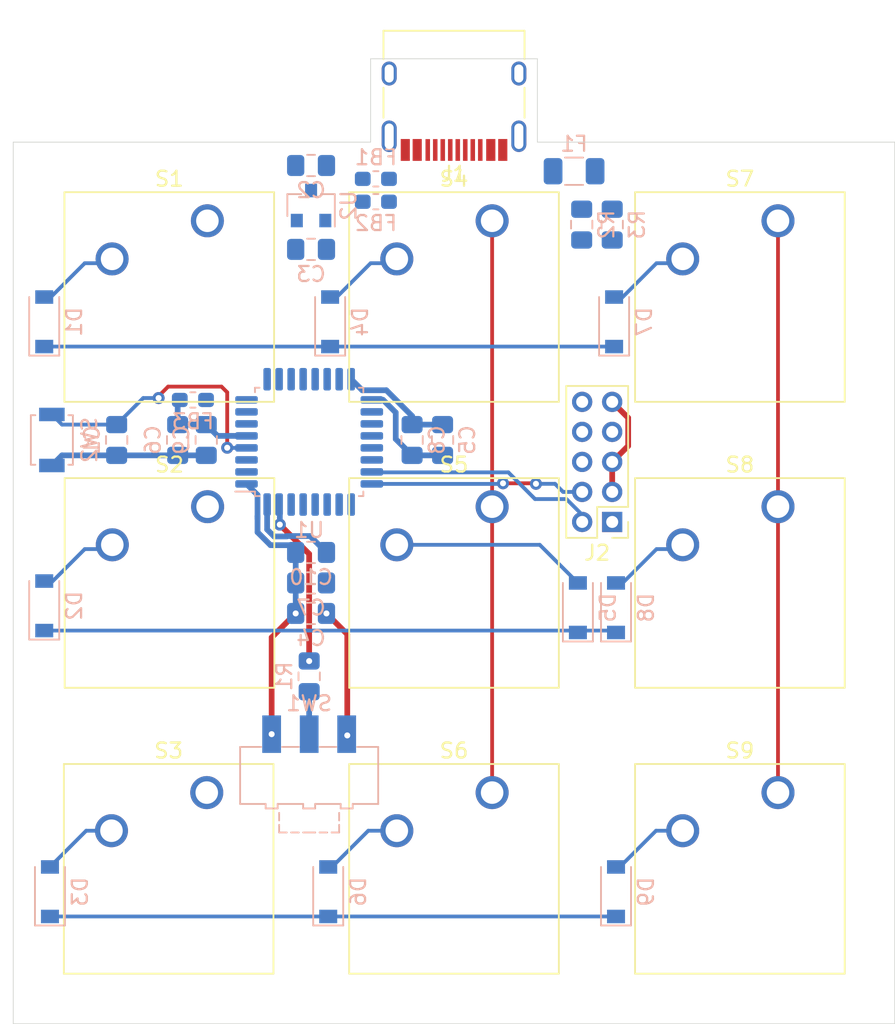
<source format=kicad_pcb>
(kicad_pcb (version 20171130) (host pcbnew "(5.1.6-0-10_14)")

  (general
    (thickness 1.6)
    (drawings 8)
    (tracks 113)
    (zones 0)
    (modules 41)
    (nets 52)
  )

  (page A4)
  (layers
    (0 F.Cu signal)
    (31 B.Cu signal)
    (32 B.Adhes user)
    (33 F.Adhes user)
    (34 B.Paste user)
    (35 F.Paste user)
    (36 B.SilkS user)
    (37 F.SilkS user)
    (38 B.Mask user)
    (39 F.Mask user)
    (40 Dwgs.User user)
    (41 Cmts.User user)
    (42 Eco1.User user)
    (43 Eco2.User user)
    (44 Edge.Cuts user)
    (45 Margin user)
    (46 B.CrtYd user)
    (47 F.CrtYd user)
    (48 B.Fab user)
    (49 F.Fab user)
  )

  (setup
    (last_trace_width 0.254)
    (trace_clearance 0.2)
    (zone_clearance 0.508)
    (zone_45_only no)
    (trace_min 0.2)
    (via_size 0.8)
    (via_drill 0.4)
    (via_min_size 0.4)
    (via_min_drill 0.3)
    (uvia_size 0.3)
    (uvia_drill 0.1)
    (uvias_allowed no)
    (uvia_min_size 0.2)
    (uvia_min_drill 0.1)
    (edge_width 0.05)
    (segment_width 0.2)
    (pcb_text_width 0.3)
    (pcb_text_size 1.5 1.5)
    (mod_edge_width 0.12)
    (mod_text_size 1 1)
    (mod_text_width 0.15)
    (pad_size 1.524 1.524)
    (pad_drill 0.762)
    (pad_to_mask_clearance 0.05)
    (aux_axis_origin 0 0)
    (visible_elements FFFFFF7F)
    (pcbplotparams
      (layerselection 0x010fc_ffffffff)
      (usegerberextensions false)
      (usegerberattributes true)
      (usegerberadvancedattributes true)
      (creategerberjobfile true)
      (excludeedgelayer true)
      (linewidth 0.100000)
      (plotframeref false)
      (viasonmask false)
      (mode 1)
      (useauxorigin false)
      (hpglpennumber 1)
      (hpglpenspeed 20)
      (hpglpendiameter 15.000000)
      (psnegative false)
      (psa4output false)
      (plotreference true)
      (plotvalue true)
      (plotinvisibletext false)
      (padsonsilk false)
      (subtractmaskfromsilk false)
      (outputformat 1)
      (mirror false)
      (drillshape 1)
      (scaleselection 1)
      (outputdirectory ""))
  )

  (net 0 "")
  (net 1 GND)
  (net 2 NRST)
  (net 3 +5V)
  (net 4 +3V3)
  (net 5 +3.3VA)
  (net 6 "Net-(D1-Pad2)")
  (net 7 ROW0)
  (net 8 "Net-(D2-Pad2)")
  (net 9 ROW1)
  (net 10 "Net-(D3-Pad2)")
  (net 11 ROW2)
  (net 12 "Net-(D4-Pad2)")
  (net 13 "Net-(D5-Pad2)")
  (net 14 "Net-(D6-Pad2)")
  (net 15 "Net-(D7-Pad2)")
  (net 16 "Net-(D8-Pad2)")
  (net 17 "Net-(D9-Pad2)")
  (net 18 "Net-(F1-Pad2)")
  (net 19 "Net-(F1-Pad1)")
  (net 20 "Net-(FB1-Pad1)")
  (net 21 "Net-(J1-PadA5)")
  (net 22 USB_D-)
  (net 23 USB_D+)
  (net 24 "Net-(J1-PadB5)")
  (net 25 SWDCLK)
  (net 26 SWDIO)
  (net 27 "Net-(R1-Pad2)")
  (net 28 "Net-(R1-Pad1)")
  (net 29 COL2)
  (net 30 COL1)
  (net 31 COL0)
  (net 32 "Net-(J1-PadB8)")
  (net 33 "Net-(J1-PadA8)")
  (net 34 "Net-(J2-Pad8)")
  (net 35 "Net-(J2-Pad7)")
  (net 36 "Net-(J2-Pad6)")
  (net 37 "Net-(U1-Pad30)")
  (net 38 "Net-(U1-Pad29)")
  (net 39 "Net-(U1-Pad28)")
  (net 40 "Net-(U1-Pad27)")
  (net 41 "Net-(U1-Pad26)")
  (net 42 "Net-(U1-Pad25)")
  (net 43 "Net-(U1-Pad20)")
  (net 44 "Net-(U1-Pad19)")
  (net 45 "Net-(U1-Pad15)")
  (net 46 "Net-(U1-Pad14)")
  (net 47 "Net-(U1-Pad8)")
  (net 48 "Net-(U1-Pad7)")
  (net 49 "Net-(U1-Pad6)")
  (net 50 "Net-(U1-Pad3)")
  (net 51 "Net-(U1-Pad2)")

  (net_class Default "This is the default net class."
    (clearance 0.2)
    (trace_width 0.254)
    (via_dia 0.8)
    (via_drill 0.4)
    (uvia_dia 0.3)
    (uvia_drill 0.1)
    (add_net COL0)
    (add_net COL1)
    (add_net COL2)
    (add_net NRST)
    (add_net "Net-(D1-Pad2)")
    (add_net "Net-(D2-Pad2)")
    (add_net "Net-(D3-Pad2)")
    (add_net "Net-(D4-Pad2)")
    (add_net "Net-(D5-Pad2)")
    (add_net "Net-(D6-Pad2)")
    (add_net "Net-(D7-Pad2)")
    (add_net "Net-(D8-Pad2)")
    (add_net "Net-(D9-Pad2)")
    (add_net "Net-(F1-Pad1)")
    (add_net "Net-(F1-Pad2)")
    (add_net "Net-(FB1-Pad1)")
    (add_net "Net-(J1-PadA5)")
    (add_net "Net-(J1-PadA8)")
    (add_net "Net-(J1-PadB5)")
    (add_net "Net-(J1-PadB8)")
    (add_net "Net-(J2-Pad6)")
    (add_net "Net-(J2-Pad7)")
    (add_net "Net-(J2-Pad8)")
    (add_net "Net-(U1-Pad14)")
    (add_net "Net-(U1-Pad15)")
    (add_net "Net-(U1-Pad19)")
    (add_net "Net-(U1-Pad2)")
    (add_net "Net-(U1-Pad20)")
    (add_net "Net-(U1-Pad25)")
    (add_net "Net-(U1-Pad26)")
    (add_net "Net-(U1-Pad27)")
    (add_net "Net-(U1-Pad28)")
    (add_net "Net-(U1-Pad29)")
    (add_net "Net-(U1-Pad3)")
    (add_net "Net-(U1-Pad30)")
    (add_net "Net-(U1-Pad6)")
    (add_net "Net-(U1-Pad7)")
    (add_net "Net-(U1-Pad8)")
    (add_net ROW0)
    (add_net ROW1)
    (add_net ROW2)
    (add_net SWDCLK)
    (add_net SWDIO)
    (add_net USB_D+)
    (add_net USB_D-)
  )

  (net_class Power ""
    (clearance 0.2)
    (trace_width 0.381)
    (via_dia 0.8)
    (via_drill 0.4)
    (uvia_dia 0.3)
    (uvia_drill 0.1)
    (add_net +3.3VA)
    (add_net +3V3)
    (add_net +5V)
    (add_net GND)
    (add_net "Net-(R1-Pad1)")
    (add_net "Net-(R1-Pad2)")
  )

  (module Package_TO_SOT_SMD:SOT-23 (layer B.Cu) (tedit 5A02FF57) (tstamp 5ECB8177)
    (at 44.45 28.829 90)
    (descr "SOT-23, Standard")
    (tags SOT-23)
    (path /5EB7E0E9)
    (attr smd)
    (fp_text reference U2 (at 0 2.5 270) (layer B.SilkS)
      (effects (font (size 1 1) (thickness 0.15)) (justify mirror))
    )
    (fp_text value MCP1700-3302E_SOT23 (at 0 -2.5 270) (layer B.Fab)
      (effects (font (size 1 1) (thickness 0.15)) (justify mirror))
    )
    (fp_line (start 0.76 -1.58) (end -0.7 -1.58) (layer B.SilkS) (width 0.12))
    (fp_line (start 0.76 1.58) (end -1.4 1.58) (layer B.SilkS) (width 0.12))
    (fp_line (start -1.7 -1.75) (end -1.7 1.75) (layer B.CrtYd) (width 0.05))
    (fp_line (start 1.7 -1.75) (end -1.7 -1.75) (layer B.CrtYd) (width 0.05))
    (fp_line (start 1.7 1.75) (end 1.7 -1.75) (layer B.CrtYd) (width 0.05))
    (fp_line (start -1.7 1.75) (end 1.7 1.75) (layer B.CrtYd) (width 0.05))
    (fp_line (start 0.76 1.58) (end 0.76 0.65) (layer B.SilkS) (width 0.12))
    (fp_line (start 0.76 -1.58) (end 0.76 -0.65) (layer B.SilkS) (width 0.12))
    (fp_line (start -0.7 -1.52) (end 0.7 -1.52) (layer B.Fab) (width 0.1))
    (fp_line (start 0.7 1.52) (end 0.7 -1.52) (layer B.Fab) (width 0.1))
    (fp_line (start -0.7 0.95) (end -0.15 1.52) (layer B.Fab) (width 0.1))
    (fp_line (start -0.15 1.52) (end 0.7 1.52) (layer B.Fab) (width 0.1))
    (fp_line (start -0.7 0.95) (end -0.7 -1.5) (layer B.Fab) (width 0.1))
    (fp_text user %R (at 0 0) (layer B.Fab)
      (effects (font (size 0.5 0.5) (thickness 0.075)) (justify mirror))
    )
    (pad 3 smd rect (at 1 0 90) (size 0.9 0.8) (layers B.Cu B.Paste B.Mask)
      (net 3 +5V))
    (pad 2 smd rect (at -1 -0.95 90) (size 0.9 0.8) (layers B.Cu B.Paste B.Mask)
      (net 4 +3V3))
    (pad 1 smd rect (at -1 0.95 90) (size 0.9 0.8) (layers B.Cu B.Paste B.Mask)
      (net 1 GND))
    (model ${KISYS3DMOD}/Package_TO_SOT_SMD.3dshapes/SOT-23.wrl
      (at (xyz 0 0 0))
      (scale (xyz 1 1 1))
      (rotate (xyz 0 0 0))
    )
  )

  (module Package_QFP:LQFP-32_7x7mm_P0.8mm (layer B.Cu) (tedit 5D9F72AF) (tstamp 5ECC55FD)
    (at 44.323 44.577)
    (descr "LQFP, 32 Pin (https://www.nxp.com/docs/en/package-information/SOT358-1.pdf), generated with kicad-footprint-generator ipc_gullwing_generator.py")
    (tags "LQFP QFP")
    (path /5EB61287)
    (attr smd)
    (fp_text reference U1 (at 0 5.88) (layer B.SilkS)
      (effects (font (size 1 1) (thickness 0.15)) (justify mirror))
    )
    (fp_text value STM32F042K6T6 (at 0 -5.88) (layer B.Fab)
      (effects (font (size 1 1) (thickness 0.15)) (justify mirror))
    )
    (fp_line (start 5.18 -3.3) (end 5.18 0) (layer B.CrtYd) (width 0.05))
    (fp_line (start 3.75 -3.3) (end 5.18 -3.3) (layer B.CrtYd) (width 0.05))
    (fp_line (start 3.75 -3.75) (end 3.75 -3.3) (layer B.CrtYd) (width 0.05))
    (fp_line (start 3.3 -3.75) (end 3.75 -3.75) (layer B.CrtYd) (width 0.05))
    (fp_line (start 3.3 -5.18) (end 3.3 -3.75) (layer B.CrtYd) (width 0.05))
    (fp_line (start 0 -5.18) (end 3.3 -5.18) (layer B.CrtYd) (width 0.05))
    (fp_line (start -5.18 -3.3) (end -5.18 0) (layer B.CrtYd) (width 0.05))
    (fp_line (start -3.75 -3.3) (end -5.18 -3.3) (layer B.CrtYd) (width 0.05))
    (fp_line (start -3.75 -3.75) (end -3.75 -3.3) (layer B.CrtYd) (width 0.05))
    (fp_line (start -3.3 -3.75) (end -3.75 -3.75) (layer B.CrtYd) (width 0.05))
    (fp_line (start -3.3 -5.18) (end -3.3 -3.75) (layer B.CrtYd) (width 0.05))
    (fp_line (start 0 -5.18) (end -3.3 -5.18) (layer B.CrtYd) (width 0.05))
    (fp_line (start 5.18 3.3) (end 5.18 0) (layer B.CrtYd) (width 0.05))
    (fp_line (start 3.75 3.3) (end 5.18 3.3) (layer B.CrtYd) (width 0.05))
    (fp_line (start 3.75 3.75) (end 3.75 3.3) (layer B.CrtYd) (width 0.05))
    (fp_line (start 3.3 3.75) (end 3.75 3.75) (layer B.CrtYd) (width 0.05))
    (fp_line (start 3.3 5.18) (end 3.3 3.75) (layer B.CrtYd) (width 0.05))
    (fp_line (start 0 5.18) (end 3.3 5.18) (layer B.CrtYd) (width 0.05))
    (fp_line (start -5.18 3.3) (end -5.18 0) (layer B.CrtYd) (width 0.05))
    (fp_line (start -3.75 3.3) (end -5.18 3.3) (layer B.CrtYd) (width 0.05))
    (fp_line (start -3.75 3.75) (end -3.75 3.3) (layer B.CrtYd) (width 0.05))
    (fp_line (start -3.3 3.75) (end -3.75 3.75) (layer B.CrtYd) (width 0.05))
    (fp_line (start -3.3 5.18) (end -3.3 3.75) (layer B.CrtYd) (width 0.05))
    (fp_line (start 0 5.18) (end -3.3 5.18) (layer B.CrtYd) (width 0.05))
    (fp_line (start -3.5 2.5) (end -2.5 3.5) (layer B.Fab) (width 0.1))
    (fp_line (start -3.5 -3.5) (end -3.5 2.5) (layer B.Fab) (width 0.1))
    (fp_line (start 3.5 -3.5) (end -3.5 -3.5) (layer B.Fab) (width 0.1))
    (fp_line (start 3.5 3.5) (end 3.5 -3.5) (layer B.Fab) (width 0.1))
    (fp_line (start -2.5 3.5) (end 3.5 3.5) (layer B.Fab) (width 0.1))
    (fp_line (start -3.61 3.31) (end -4.925 3.31) (layer B.SilkS) (width 0.12))
    (fp_line (start -3.61 3.61) (end -3.61 3.31) (layer B.SilkS) (width 0.12))
    (fp_line (start -3.31 3.61) (end -3.61 3.61) (layer B.SilkS) (width 0.12))
    (fp_line (start 3.61 3.61) (end 3.61 3.31) (layer B.SilkS) (width 0.12))
    (fp_line (start 3.31 3.61) (end 3.61 3.61) (layer B.SilkS) (width 0.12))
    (fp_line (start -3.61 -3.61) (end -3.61 -3.31) (layer B.SilkS) (width 0.12))
    (fp_line (start -3.31 -3.61) (end -3.61 -3.61) (layer B.SilkS) (width 0.12))
    (fp_line (start 3.61 -3.61) (end 3.61 -3.31) (layer B.SilkS) (width 0.12))
    (fp_line (start 3.31 -3.61) (end 3.61 -3.61) (layer B.SilkS) (width 0.12))
    (fp_text user %R (at 0 0) (layer B.Fab)
      (effects (font (size 1 1) (thickness 0.15)) (justify mirror))
    )
    (pad 32 smd roundrect (at -2.8 4.175) (size 0.5 1.5) (layers B.Cu B.Paste B.Mask) (roundrect_rratio 0.25)
      (net 1 GND))
    (pad 31 smd roundrect (at -2 4.175) (size 0.5 1.5) (layers B.Cu B.Paste B.Mask) (roundrect_rratio 0.25)
      (net 28 "Net-(R1-Pad1)"))
    (pad 30 smd roundrect (at -1.2 4.175) (size 0.5 1.5) (layers B.Cu B.Paste B.Mask) (roundrect_rratio 0.25)
      (net 37 "Net-(U1-Pad30)"))
    (pad 29 smd roundrect (at -0.4 4.175) (size 0.5 1.5) (layers B.Cu B.Paste B.Mask) (roundrect_rratio 0.25)
      (net 38 "Net-(U1-Pad29)"))
    (pad 28 smd roundrect (at 0.4 4.175) (size 0.5 1.5) (layers B.Cu B.Paste B.Mask) (roundrect_rratio 0.25)
      (net 39 "Net-(U1-Pad28)"))
    (pad 27 smd roundrect (at 1.2 4.175) (size 0.5 1.5) (layers B.Cu B.Paste B.Mask) (roundrect_rratio 0.25)
      (net 40 "Net-(U1-Pad27)"))
    (pad 26 smd roundrect (at 2 4.175) (size 0.5 1.5) (layers B.Cu B.Paste B.Mask) (roundrect_rratio 0.25)
      (net 41 "Net-(U1-Pad26)"))
    (pad 25 smd roundrect (at 2.8 4.175) (size 0.5 1.5) (layers B.Cu B.Paste B.Mask) (roundrect_rratio 0.25)
      (net 42 "Net-(U1-Pad25)"))
    (pad 24 smd roundrect (at 4.175 2.8) (size 1.5 0.5) (layers B.Cu B.Paste B.Mask) (roundrect_rratio 0.25)
      (net 25 SWDCLK))
    (pad 23 smd roundrect (at 4.175 2) (size 1.5 0.5) (layers B.Cu B.Paste B.Mask) (roundrect_rratio 0.25)
      (net 26 SWDIO))
    (pad 22 smd roundrect (at 4.175 1.2) (size 1.5 0.5) (layers B.Cu B.Paste B.Mask) (roundrect_rratio 0.25)
      (net 22 USB_D-))
    (pad 21 smd roundrect (at 4.175 0.4) (size 1.5 0.5) (layers B.Cu B.Paste B.Mask) (roundrect_rratio 0.25)
      (net 23 USB_D+))
    (pad 20 smd roundrect (at 4.175 -0.4) (size 1.5 0.5) (layers B.Cu B.Paste B.Mask) (roundrect_rratio 0.25)
      (net 43 "Net-(U1-Pad20)"))
    (pad 19 smd roundrect (at 4.175 -1.2) (size 1.5 0.5) (layers B.Cu B.Paste B.Mask) (roundrect_rratio 0.25)
      (net 44 "Net-(U1-Pad19)"))
    (pad 18 smd roundrect (at 4.175 -2) (size 1.5 0.5) (layers B.Cu B.Paste B.Mask) (roundrect_rratio 0.25)
      (net 11 ROW2))
    (pad 17 smd roundrect (at 4.175 -2.8) (size 1.5 0.5) (layers B.Cu B.Paste B.Mask) (roundrect_rratio 0.25)
      (net 4 +3V3))
    (pad 16 smd roundrect (at 2.8 -4.175) (size 0.5 1.5) (layers B.Cu B.Paste B.Mask) (roundrect_rratio 0.25)
      (net 1 GND))
    (pad 15 smd roundrect (at 2 -4.175) (size 0.5 1.5) (layers B.Cu B.Paste B.Mask) (roundrect_rratio 0.25)
      (net 45 "Net-(U1-Pad15)"))
    (pad 14 smd roundrect (at 1.2 -4.175) (size 0.5 1.5) (layers B.Cu B.Paste B.Mask) (roundrect_rratio 0.25)
      (net 46 "Net-(U1-Pad14)"))
    (pad 13 smd roundrect (at 0.4 -4.175) (size 0.5 1.5) (layers B.Cu B.Paste B.Mask) (roundrect_rratio 0.25)
      (net 9 ROW1))
    (pad 12 smd roundrect (at -0.4 -4.175) (size 0.5 1.5) (layers B.Cu B.Paste B.Mask) (roundrect_rratio 0.25)
      (net 7 ROW0))
    (pad 11 smd roundrect (at -1.2 -4.175) (size 0.5 1.5) (layers B.Cu B.Paste B.Mask) (roundrect_rratio 0.25)
      (net 29 COL2))
    (pad 10 smd roundrect (at -2 -4.175) (size 0.5 1.5) (layers B.Cu B.Paste B.Mask) (roundrect_rratio 0.25)
      (net 30 COL1))
    (pad 9 smd roundrect (at -2.8 -4.175) (size 0.5 1.5) (layers B.Cu B.Paste B.Mask) (roundrect_rratio 0.25)
      (net 31 COL0))
    (pad 8 smd roundrect (at -4.175 -2.8) (size 1.5 0.5) (layers B.Cu B.Paste B.Mask) (roundrect_rratio 0.25)
      (net 47 "Net-(U1-Pad8)"))
    (pad 7 smd roundrect (at -4.175 -2) (size 1.5 0.5) (layers B.Cu B.Paste B.Mask) (roundrect_rratio 0.25)
      (net 48 "Net-(U1-Pad7)"))
    (pad 6 smd roundrect (at -4.175 -1.2) (size 1.5 0.5) (layers B.Cu B.Paste B.Mask) (roundrect_rratio 0.25)
      (net 49 "Net-(U1-Pad6)"))
    (pad 5 smd roundrect (at -4.175 -0.4) (size 1.5 0.5) (layers B.Cu B.Paste B.Mask) (roundrect_rratio 0.25)
      (net 5 +3.3VA))
    (pad 4 smd roundrect (at -4.175 0.4) (size 1.5 0.5) (layers B.Cu B.Paste B.Mask) (roundrect_rratio 0.25)
      (net 2 NRST))
    (pad 3 smd roundrect (at -4.175 1.2) (size 1.5 0.5) (layers B.Cu B.Paste B.Mask) (roundrect_rratio 0.25)
      (net 50 "Net-(U1-Pad3)"))
    (pad 2 smd roundrect (at -4.175 2) (size 1.5 0.5) (layers B.Cu B.Paste B.Mask) (roundrect_rratio 0.25)
      (net 51 "Net-(U1-Pad2)"))
    (pad 1 smd roundrect (at -4.175 2.8) (size 1.5 0.5) (layers B.Cu B.Paste B.Mask) (roundrect_rratio 0.25)
      (net 4 +3V3))
    (model ${KISYS3DMOD}/Package_QFP.3dshapes/LQFP-32_7x7mm_P0.8mm.wrl
      (at (xyz 0 0 0))
      (scale (xyz 1 1 1))
      (rotate (xyz 0 0 0))
    )
  )

  (module Button_Switch_SMD:SW_SPST_B3U-1000P (layer B.Cu) (tedit 5A02FC95) (tstamp 5ECB8117)
    (at 27.178 44.45 90)
    (descr "Ultra-small-sized Tactile Switch with High Contact Reliability, Top-actuated Model, without Ground Terminal, without Boss")
    (tags "Tactile Switch")
    (path /5ECE8822)
    (attr smd)
    (fp_text reference SW2 (at 0 2.5 90) (layer B.SilkS)
      (effects (font (size 1 1) (thickness 0.15)) (justify mirror))
    )
    (fp_text value SW_Push (at 0 -2.5 90) (layer B.Fab)
      (effects (font (size 1 1) (thickness 0.15)) (justify mirror))
    )
    (fp_circle (center 0 0) (end 0.75 0) (layer B.Fab) (width 0.1))
    (fp_line (start -1.5 -1.25) (end -1.5 1.25) (layer B.Fab) (width 0.1))
    (fp_line (start 1.5 -1.25) (end -1.5 -1.25) (layer B.Fab) (width 0.1))
    (fp_line (start 1.5 1.25) (end 1.5 -1.25) (layer B.Fab) (width 0.1))
    (fp_line (start -1.5 1.25) (end 1.5 1.25) (layer B.Fab) (width 0.1))
    (fp_line (start 1.65 1.4) (end 1.65 1.1) (layer B.SilkS) (width 0.12))
    (fp_line (start -1.65 1.4) (end 1.65 1.4) (layer B.SilkS) (width 0.12))
    (fp_line (start -1.65 1.1) (end -1.65 1.4) (layer B.SilkS) (width 0.12))
    (fp_line (start 1.65 -1.4) (end 1.65 -1.1) (layer B.SilkS) (width 0.12))
    (fp_line (start -1.65 -1.4) (end 1.65 -1.4) (layer B.SilkS) (width 0.12))
    (fp_line (start -1.65 -1.1) (end -1.65 -1.4) (layer B.SilkS) (width 0.12))
    (fp_line (start -2.4 1.65) (end -2.4 -1.65) (layer B.CrtYd) (width 0.05))
    (fp_line (start 2.4 1.65) (end -2.4 1.65) (layer B.CrtYd) (width 0.05))
    (fp_line (start 2.4 -1.65) (end 2.4 1.65) (layer B.CrtYd) (width 0.05))
    (fp_line (start -2.4 -1.65) (end 2.4 -1.65) (layer B.CrtYd) (width 0.05))
    (fp_text user %R (at 0 2.5 90) (layer B.Fab)
      (effects (font (size 1 1) (thickness 0.15)) (justify mirror))
    )
    (pad 2 smd rect (at 1.7 0 90) (size 0.9 1.7) (layers B.Cu B.Paste B.Mask)
      (net 2 NRST))
    (pad 1 smd rect (at -1.7 0 90) (size 0.9 1.7) (layers B.Cu B.Paste B.Mask)
      (net 1 GND))
    (model ${KISYS3DMOD}/Button_Switch_SMD.3dshapes/SW_SPST_B3U-1000P.wrl
      (at (xyz 0 0 0))
      (scale (xyz 1 1 1))
      (rotate (xyz 0 0 0))
    )
  )

  (module Button_Switch_SMD:SW_SPDT_CK-JS102011SAQN (layer B.Cu) (tedit 5A02FC95) (tstamp 5ECB9454)
    (at 44.323 66.802 180)
    (descr "Sub-miniature slide switch, right-angle, http://www.ckswitches.com/media/1422/js.pdf")
    (tags "switch spdt")
    (path /5ECDB512)
    (attr smd)
    (fp_text reference SW1 (at 0 4.8) (layer B.SilkS)
      (effects (font (size 1 1) (thickness 0.15)) (justify mirror))
    )
    (fp_text value SW_SPDT (at 0 2.9) (layer B.Fab)
      (effects (font (size 1 1) (thickness 0.15)) (justify mirror))
    )
    (fp_line (start -0.4 -3.8) (end -0.4 -3.8) (layer B.SilkS) (width 0.12))
    (fp_line (start 0.4 -3.8) (end -0.4 -3.8) (layer B.SilkS) (width 0.12))
    (fp_line (start 0.7 -3.8) (end 0.7 -3.8) (layer B.SilkS) (width 0.12))
    (fp_line (start 1.2 -3.8) (end 0.7 -3.8) (layer B.SilkS) (width 0.12))
    (fp_line (start -0.7 -3.8) (end -0.7 -3.8) (layer B.SilkS) (width 0.12))
    (fp_line (start -1.2 -3.8) (end -0.7 -3.8) (layer B.SilkS) (width 0.12))
    (fp_line (start -2 -2.5) (end -2 -2.5) (layer B.SilkS) (width 0.12))
    (fp_line (start -2 -3) (end -2 -2.5) (layer B.SilkS) (width 0.12))
    (fp_line (start 2 -2.5) (end 2 -2.5) (layer B.SilkS) (width 0.12))
    (fp_line (start 2 -3) (end 2 -2.5) (layer B.SilkS) (width 0.12))
    (fp_line (start 2 -3.3) (end 2 -3.3) (layer B.SilkS) (width 0.12))
    (fp_line (start 2 -3.8) (end 2 -3.3) (layer B.SilkS) (width 0.12))
    (fp_line (start 1.5 -3.8) (end 1.5 -3.8) (layer B.SilkS) (width 0.12))
    (fp_line (start 2 -3.8) (end 1.5 -3.8) (layer B.SilkS) (width 0.12))
    (fp_line (start -1.5 -3.8) (end -1.5 -3.8) (layer B.SilkS) (width 0.12))
    (fp_line (start -2 -3.8) (end -1.5 -3.8) (layer B.SilkS) (width 0.12))
    (fp_line (start -2 -3.3) (end -2 -3.3) (layer B.SilkS) (width 0.12))
    (fp_line (start -2 -3.8) (end -2 -3.3) (layer B.SilkS) (width 0.12))
    (fp_line (start -5 2.25) (end -5 2.25) (layer B.CrtYd) (width 0.05))
    (fp_line (start -3.5 2.25) (end -5 2.25) (layer B.CrtYd) (width 0.05))
    (fp_line (start -3.5 4.5) (end -3.5 2.25) (layer B.CrtYd) (width 0.05))
    (fp_line (start 3.5 4.5) (end -3.5 4.5) (layer B.CrtYd) (width 0.05))
    (fp_line (start 3.5 2.25) (end 3.5 4.5) (layer B.CrtYd) (width 0.05))
    (fp_line (start 5 2.25) (end 3.5 2.25) (layer B.CrtYd) (width 0.05))
    (fp_line (start 5 -2.25) (end 5 2.25) (layer B.CrtYd) (width 0.05))
    (fp_line (start 3.25 -2.25) (end 5 -2.25) (layer B.CrtYd) (width 0.05))
    (fp_line (start 3.25 -2.5) (end 3.25 -2.25) (layer B.CrtYd) (width 0.05))
    (fp_line (start 2.5 -2.5) (end 3.25 -2.5) (layer B.CrtYd) (width 0.05))
    (fp_line (start 2.5 -4.25) (end 2.5 -2.5) (layer B.CrtYd) (width 0.05))
    (fp_line (start -2.5 -4.25) (end 2.5 -4.25) (layer B.CrtYd) (width 0.05))
    (fp_line (start -2.5 -2.75) (end -2.5 -4.25) (layer B.CrtYd) (width 0.05))
    (fp_line (start -3.25 -2.75) (end -2.5 -2.75) (layer B.CrtYd) (width 0.05))
    (fp_line (start -3.25 -2.25) (end -3.25 -2.75) (layer B.CrtYd) (width 0.05))
    (fp_line (start -5 -2.25) (end -3.25 -2.25) (layer B.CrtYd) (width 0.05))
    (fp_line (start -5 2.25) (end -5 -2.25) (layer B.CrtYd) (width 0.05))
    (fp_line (start -2 -1.8) (end -2 -1.8) (layer B.Fab) (width 0.1))
    (fp_line (start -2 -3.8) (end -2 -1.8) (layer B.Fab) (width 0.1))
    (fp_line (start -0.5 -3.8) (end -2 -3.8) (layer B.Fab) (width 0.1))
    (fp_line (start -0.5 -1.8) (end -0.5 -3.8) (layer B.Fab) (width 0.1))
    (fp_line (start -4.6 -1.9) (end -4.6 -1.9) (layer B.SilkS) (width 0.12))
    (fp_line (start -2.9 -1.9) (end -4.6 -1.9) (layer B.SilkS) (width 0.12))
    (fp_line (start -2.9 -2.2) (end -2.9 -1.9) (layer B.SilkS) (width 0.12))
    (fp_line (start -2.1 -2.2) (end -2.9 -2.2) (layer B.SilkS) (width 0.12))
    (fp_line (start -2.1 -1.9) (end -2.1 -2.2) (layer B.SilkS) (width 0.12))
    (fp_line (start -0.4 -1.9) (end -2.1 -1.9) (layer B.SilkS) (width 0.12))
    (fp_line (start -0.4 -2.2) (end -0.4 -1.9) (layer B.SilkS) (width 0.12))
    (fp_line (start 0.4 -2.2) (end -0.4 -2.2) (layer B.SilkS) (width 0.12))
    (fp_line (start 0.4 -1.9) (end 0.4 -2.2) (layer B.SilkS) (width 0.12))
    (fp_line (start 2.1 -1.9) (end 0.4 -1.9) (layer B.SilkS) (width 0.12))
    (fp_line (start 2.1 -2.2) (end 2.1 -1.9) (layer B.SilkS) (width 0.12))
    (fp_line (start 2.9 -2.2) (end 2.1 -2.2) (layer B.SilkS) (width 0.12))
    (fp_line (start 2.9 -1.9) (end 2.9 -2.2) (layer B.SilkS) (width 0.12))
    (fp_line (start 4.6 -1.9) (end 2.9 -1.9) (layer B.SilkS) (width 0.12))
    (fp_line (start 2.8 -1.8) (end 2.8 -1.8) (layer B.Fab) (width 0.1))
    (fp_line (start 2.8 -2.1) (end 2.8 -1.8) (layer B.Fab) (width 0.1))
    (fp_line (start 2.2 -2.1) (end 2.8 -2.1) (layer B.Fab) (width 0.1))
    (fp_line (start 2.2 -1.8) (end 2.2 -2.1) (layer B.Fab) (width 0.1))
    (fp_line (start -2.8 -1.8) (end -2.8 -1.8) (layer B.Fab) (width 0.1))
    (fp_line (start -2.8 -2.1) (end -2.8 -1.8) (layer B.Fab) (width 0.1))
    (fp_line (start -2.2 -2.1) (end -2.8 -2.1) (layer B.Fab) (width 0.1))
    (fp_line (start -2.2 -1.8) (end -2.2 -2.1) (layer B.Fab) (width 0.1))
    (fp_line (start -0.3 -1.8) (end -0.3 -1.8) (layer B.Fab) (width 0.1))
    (fp_line (start -0.3 -2.1) (end -0.3 -1.8) (layer B.Fab) (width 0.1))
    (fp_line (start 0.3 -2.1) (end -0.3 -2.1) (layer B.Fab) (width 0.1))
    (fp_line (start 0.3 -1.8) (end 0.3 -2.1) (layer B.Fab) (width 0.1))
    (fp_line (start -1.8 1.9) (end -1.8 1.9) (layer B.SilkS) (width 0.12))
    (fp_line (start -0.7 1.9) (end -1.8 1.9) (layer B.SilkS) (width 0.12))
    (fp_line (start 0.7 1.9) (end 0.7 1.9) (layer B.SilkS) (width 0.12))
    (fp_line (start 1.8 1.9) (end 0.7 1.9) (layer B.SilkS) (width 0.12))
    (fp_line (start -4.6 1.9) (end -3.2 1.9) (layer B.SilkS) (width 0.12))
    (fp_line (start -4.6 -1.9) (end -4.6 1.9) (layer B.SilkS) (width 0.12))
    (fp_line (start 4.6 1.9) (end 4.6 -1.9) (layer B.SilkS) (width 0.12))
    (fp_line (start 3.2 1.9) (end 4.6 1.9) (layer B.SilkS) (width 0.12))
    (fp_line (start -1.5 -1.8) (end -1.5 -1.8) (layer B.Fab) (width 0.1))
    (fp_line (start -4.5 -1.8) (end -4.5 -1.8) (layer B.Fab) (width 0.1))
    (fp_line (start -4.5 1.8) (end -4.5 -1.8) (layer B.Fab) (width 0.1))
    (fp_line (start -4.5 -1.8) (end -4.5 -1.8) (layer B.Fab) (width 0.1))
    (fp_line (start -4.4 -1.8) (end -4.5 -1.8) (layer B.Fab) (width 0.1))
    (fp_line (start 4.5 -1.8) (end -4.4 -1.8) (layer B.Fab) (width 0.1))
    (fp_line (start 4.5 1.8) (end 4.5 -1.8) (layer B.Fab) (width 0.1))
    (fp_line (start -4.5 1.8) (end 4.5 1.8) (layer B.Fab) (width 0.1))
    (fp_text user %R (at 0 0) (layer B.Fab)
      (effects (font (size 1 1) (thickness 0.15)) (justify mirror))
    )
    (pad "" np_thru_hole circle (at 3.4 0 180) (size 0.9 0.9) (drill 0.9) (layers *.Cu *.Mask))
    (pad "" np_thru_hole circle (at -3.4 0 180) (size 0.9 0.9) (drill 0.9) (layers *.Cu *.Mask))
    (pad 3 smd rect (at 2.5 2.75 180) (size 1.25 2.5) (layers B.Cu B.Paste B.Mask)
      (net 4 +3V3))
    (pad 2 smd rect (at 0 2.75 180) (size 1.25 2.5) (layers B.Cu B.Paste B.Mask)
      (net 27 "Net-(R1-Pad2)"))
    (pad 1 smd rect (at -2.5 2.75 180) (size 1.25 2.5) (layers B.Cu B.Paste B.Mask)
      (net 1 GND))
    (model ${KISYS3DMOD}/Button_Switch_SMD.3dshapes/SW_SPDT_CK-JS102011SAQN.wrl
      (at (xyz 0 0 0))
      (scale (xyz 1 1 1))
      (rotate (xyz 0 0 0))
    )
  )

  (module Button_Switch_Keyboard:SW_Cherry_MX_1.00u_PCB (layer F.Cu) (tedit 5A02FE24) (tstamp 5ECB80A6)
    (at 75.565 67.945)
    (descr "Cherry MX keyswitch, 1.00u, PCB mount, http://cherryamericas.com/wp-content/uploads/2014/12/mx_cat.pdf")
    (tags "Cherry MX keyswitch 1.00u PCB")
    (path /5EBEA505/5ECF8C8A)
    (fp_text reference S9 (at -2.54 -2.794) (layer F.SilkS)
      (effects (font (size 1 1) (thickness 0.15)))
    )
    (fp_text value CHERRY_MX (at -2.54 12.954) (layer F.Fab)
      (effects (font (size 1 1) (thickness 0.15)))
    )
    (fp_line (start -9.525 12.065) (end -9.525 -1.905) (layer F.SilkS) (width 0.12))
    (fp_line (start 4.445 12.065) (end -9.525 12.065) (layer F.SilkS) (width 0.12))
    (fp_line (start 4.445 -1.905) (end 4.445 12.065) (layer F.SilkS) (width 0.12))
    (fp_line (start -9.525 -1.905) (end 4.445 -1.905) (layer F.SilkS) (width 0.12))
    (fp_line (start -12.065 14.605) (end -12.065 -4.445) (layer Dwgs.User) (width 0.15))
    (fp_line (start 6.985 14.605) (end -12.065 14.605) (layer Dwgs.User) (width 0.15))
    (fp_line (start 6.985 -4.445) (end 6.985 14.605) (layer Dwgs.User) (width 0.15))
    (fp_line (start -12.065 -4.445) (end 6.985 -4.445) (layer Dwgs.User) (width 0.15))
    (fp_line (start -9.14 -1.52) (end 4.06 -1.52) (layer F.CrtYd) (width 0.05))
    (fp_line (start 4.06 -1.52) (end 4.06 11.68) (layer F.CrtYd) (width 0.05))
    (fp_line (start 4.06 11.68) (end -9.14 11.68) (layer F.CrtYd) (width 0.05))
    (fp_line (start -9.14 11.68) (end -9.14 -1.52) (layer F.CrtYd) (width 0.05))
    (fp_line (start -8.89 11.43) (end -8.89 -1.27) (layer F.Fab) (width 0.1))
    (fp_line (start 3.81 11.43) (end -8.89 11.43) (layer F.Fab) (width 0.1))
    (fp_line (start 3.81 -1.27) (end 3.81 11.43) (layer F.Fab) (width 0.1))
    (fp_line (start -8.89 -1.27) (end 3.81 -1.27) (layer F.Fab) (width 0.1))
    (fp_text user %R (at -2.54 -2.794) (layer F.Fab)
      (effects (font (size 1 1) (thickness 0.15)))
    )
    (pad "" np_thru_hole circle (at 2.54 5.08) (size 1.7 1.7) (drill 1.7) (layers *.Cu *.Mask))
    (pad "" np_thru_hole circle (at -7.62 5.08) (size 1.7 1.7) (drill 1.7) (layers *.Cu *.Mask))
    (pad "" np_thru_hole circle (at -2.54 5.08) (size 4 4) (drill 4) (layers *.Cu *.Mask))
    (pad 2 thru_hole circle (at -6.35 2.54) (size 2.2 2.2) (drill 1.5) (layers *.Cu *.Mask)
      (net 17 "Net-(D9-Pad2)"))
    (pad 1 thru_hole circle (at 0 0) (size 2.2 2.2) (drill 1.5) (layers *.Cu *.Mask)
      (net 29 COL2))
    (model ${KISYS3DMOD}/Button_Switch_Keyboard.3dshapes/SW_Cherry_MX_1.00u_PCB.wrl
      (at (xyz 0 0 0))
      (scale (xyz 1 1 1))
      (rotate (xyz 0 0 0))
    )
  )

  (module Button_Switch_Keyboard:SW_Cherry_MX_1.00u_PCB (layer F.Cu) (tedit 5A02FE24) (tstamp 5ECB808C)
    (at 75.565 48.895)
    (descr "Cherry MX keyswitch, 1.00u, PCB mount, http://cherryamericas.com/wp-content/uploads/2014/12/mx_cat.pdf")
    (tags "Cherry MX keyswitch 1.00u PCB")
    (path /5EBEA505/5ECF7338)
    (fp_text reference S8 (at -2.54 -2.794) (layer F.SilkS)
      (effects (font (size 1 1) (thickness 0.15)))
    )
    (fp_text value CHERRY_MX (at -2.54 12.954) (layer F.Fab)
      (effects (font (size 1 1) (thickness 0.15)))
    )
    (fp_line (start -9.525 12.065) (end -9.525 -1.905) (layer F.SilkS) (width 0.12))
    (fp_line (start 4.445 12.065) (end -9.525 12.065) (layer F.SilkS) (width 0.12))
    (fp_line (start 4.445 -1.905) (end 4.445 12.065) (layer F.SilkS) (width 0.12))
    (fp_line (start -9.525 -1.905) (end 4.445 -1.905) (layer F.SilkS) (width 0.12))
    (fp_line (start -12.065 14.605) (end -12.065 -4.445) (layer Dwgs.User) (width 0.15))
    (fp_line (start 6.985 14.605) (end -12.065 14.605) (layer Dwgs.User) (width 0.15))
    (fp_line (start 6.985 -4.445) (end 6.985 14.605) (layer Dwgs.User) (width 0.15))
    (fp_line (start -12.065 -4.445) (end 6.985 -4.445) (layer Dwgs.User) (width 0.15))
    (fp_line (start -9.14 -1.52) (end 4.06 -1.52) (layer F.CrtYd) (width 0.05))
    (fp_line (start 4.06 -1.52) (end 4.06 11.68) (layer F.CrtYd) (width 0.05))
    (fp_line (start 4.06 11.68) (end -9.14 11.68) (layer F.CrtYd) (width 0.05))
    (fp_line (start -9.14 11.68) (end -9.14 -1.52) (layer F.CrtYd) (width 0.05))
    (fp_line (start -8.89 11.43) (end -8.89 -1.27) (layer F.Fab) (width 0.1))
    (fp_line (start 3.81 11.43) (end -8.89 11.43) (layer F.Fab) (width 0.1))
    (fp_line (start 3.81 -1.27) (end 3.81 11.43) (layer F.Fab) (width 0.1))
    (fp_line (start -8.89 -1.27) (end 3.81 -1.27) (layer F.Fab) (width 0.1))
    (fp_text user %R (at -2.54 -2.794) (layer F.Fab)
      (effects (font (size 1 1) (thickness 0.15)))
    )
    (pad "" np_thru_hole circle (at 2.54 5.08) (size 1.7 1.7) (drill 1.7) (layers *.Cu *.Mask))
    (pad "" np_thru_hole circle (at -7.62 5.08) (size 1.7 1.7) (drill 1.7) (layers *.Cu *.Mask))
    (pad "" np_thru_hole circle (at -2.54 5.08) (size 4 4) (drill 4) (layers *.Cu *.Mask))
    (pad 2 thru_hole circle (at -6.35 2.54) (size 2.2 2.2) (drill 1.5) (layers *.Cu *.Mask)
      (net 16 "Net-(D8-Pad2)"))
    (pad 1 thru_hole circle (at 0 0) (size 2.2 2.2) (drill 1.5) (layers *.Cu *.Mask)
      (net 29 COL2))
    (model ${KISYS3DMOD}/Button_Switch_Keyboard.3dshapes/SW_Cherry_MX_1.00u_PCB.wrl
      (at (xyz 0 0 0))
      (scale (xyz 1 1 1))
      (rotate (xyz 0 0 0))
    )
  )

  (module Button_Switch_Keyboard:SW_Cherry_MX_1.00u_PCB (layer F.Cu) (tedit 5A02FE24) (tstamp 5ECB8072)
    (at 75.565 29.845)
    (descr "Cherry MX keyswitch, 1.00u, PCB mount, http://cherryamericas.com/wp-content/uploads/2014/12/mx_cat.pdf")
    (tags "Cherry MX keyswitch 1.00u PCB")
    (path /5EBEA505/5ECF6210)
    (fp_text reference S7 (at -2.54 -2.794) (layer F.SilkS)
      (effects (font (size 1 1) (thickness 0.15)))
    )
    (fp_text value CHERRY_MX (at -2.54 12.954) (layer F.Fab)
      (effects (font (size 1 1) (thickness 0.15)))
    )
    (fp_line (start -9.525 12.065) (end -9.525 -1.905) (layer F.SilkS) (width 0.12))
    (fp_line (start 4.445 12.065) (end -9.525 12.065) (layer F.SilkS) (width 0.12))
    (fp_line (start 4.445 -1.905) (end 4.445 12.065) (layer F.SilkS) (width 0.12))
    (fp_line (start -9.525 -1.905) (end 4.445 -1.905) (layer F.SilkS) (width 0.12))
    (fp_line (start -12.065 14.605) (end -12.065 -4.445) (layer Dwgs.User) (width 0.15))
    (fp_line (start 6.985 14.605) (end -12.065 14.605) (layer Dwgs.User) (width 0.15))
    (fp_line (start 6.985 -4.445) (end 6.985 14.605) (layer Dwgs.User) (width 0.15))
    (fp_line (start -12.065 -4.445) (end 6.985 -4.445) (layer Dwgs.User) (width 0.15))
    (fp_line (start -9.14 -1.52) (end 4.06 -1.52) (layer F.CrtYd) (width 0.05))
    (fp_line (start 4.06 -1.52) (end 4.06 11.68) (layer F.CrtYd) (width 0.05))
    (fp_line (start 4.06 11.68) (end -9.14 11.68) (layer F.CrtYd) (width 0.05))
    (fp_line (start -9.14 11.68) (end -9.14 -1.52) (layer F.CrtYd) (width 0.05))
    (fp_line (start -8.89 11.43) (end -8.89 -1.27) (layer F.Fab) (width 0.1))
    (fp_line (start 3.81 11.43) (end -8.89 11.43) (layer F.Fab) (width 0.1))
    (fp_line (start 3.81 -1.27) (end 3.81 11.43) (layer F.Fab) (width 0.1))
    (fp_line (start -8.89 -1.27) (end 3.81 -1.27) (layer F.Fab) (width 0.1))
    (fp_text user %R (at -2.54 -2.794) (layer F.Fab)
      (effects (font (size 1 1) (thickness 0.15)))
    )
    (pad "" np_thru_hole circle (at 2.54 5.08) (size 1.7 1.7) (drill 1.7) (layers *.Cu *.Mask))
    (pad "" np_thru_hole circle (at -7.62 5.08) (size 1.7 1.7) (drill 1.7) (layers *.Cu *.Mask))
    (pad "" np_thru_hole circle (at -2.54 5.08) (size 4 4) (drill 4) (layers *.Cu *.Mask))
    (pad 2 thru_hole circle (at -6.35 2.54) (size 2.2 2.2) (drill 1.5) (layers *.Cu *.Mask)
      (net 15 "Net-(D7-Pad2)"))
    (pad 1 thru_hole circle (at 0 0) (size 2.2 2.2) (drill 1.5) (layers *.Cu *.Mask)
      (net 29 COL2))
    (model ${KISYS3DMOD}/Button_Switch_Keyboard.3dshapes/SW_Cherry_MX_1.00u_PCB.wrl
      (at (xyz 0 0 0))
      (scale (xyz 1 1 1))
      (rotate (xyz 0 0 0))
    )
  )

  (module Button_Switch_Keyboard:SW_Cherry_MX_1.00u_PCB (layer F.Cu) (tedit 5A02FE24) (tstamp 5ECB8058)
    (at 56.515 67.945)
    (descr "Cherry MX keyswitch, 1.00u, PCB mount, http://cherryamericas.com/wp-content/uploads/2014/12/mx_cat.pdf")
    (tags "Cherry MX keyswitch 1.00u PCB")
    (path /5EBEA505/5ECF83E9)
    (fp_text reference S6 (at -2.54 -2.794) (layer F.SilkS)
      (effects (font (size 1 1) (thickness 0.15)))
    )
    (fp_text value CHERRY_MX (at -2.54 12.954) (layer F.Fab)
      (effects (font (size 1 1) (thickness 0.15)))
    )
    (fp_line (start -9.525 12.065) (end -9.525 -1.905) (layer F.SilkS) (width 0.12))
    (fp_line (start 4.445 12.065) (end -9.525 12.065) (layer F.SilkS) (width 0.12))
    (fp_line (start 4.445 -1.905) (end 4.445 12.065) (layer F.SilkS) (width 0.12))
    (fp_line (start -9.525 -1.905) (end 4.445 -1.905) (layer F.SilkS) (width 0.12))
    (fp_line (start -12.065 14.605) (end -12.065 -4.445) (layer Dwgs.User) (width 0.15))
    (fp_line (start 6.985 14.605) (end -12.065 14.605) (layer Dwgs.User) (width 0.15))
    (fp_line (start 6.985 -4.445) (end 6.985 14.605) (layer Dwgs.User) (width 0.15))
    (fp_line (start -12.065 -4.445) (end 6.985 -4.445) (layer Dwgs.User) (width 0.15))
    (fp_line (start -9.14 -1.52) (end 4.06 -1.52) (layer F.CrtYd) (width 0.05))
    (fp_line (start 4.06 -1.52) (end 4.06 11.68) (layer F.CrtYd) (width 0.05))
    (fp_line (start 4.06 11.68) (end -9.14 11.68) (layer F.CrtYd) (width 0.05))
    (fp_line (start -9.14 11.68) (end -9.14 -1.52) (layer F.CrtYd) (width 0.05))
    (fp_line (start -8.89 11.43) (end -8.89 -1.27) (layer F.Fab) (width 0.1))
    (fp_line (start 3.81 11.43) (end -8.89 11.43) (layer F.Fab) (width 0.1))
    (fp_line (start 3.81 -1.27) (end 3.81 11.43) (layer F.Fab) (width 0.1))
    (fp_line (start -8.89 -1.27) (end 3.81 -1.27) (layer F.Fab) (width 0.1))
    (fp_text user %R (at -2.54 -2.794) (layer F.Fab)
      (effects (font (size 1 1) (thickness 0.15)))
    )
    (pad "" np_thru_hole circle (at 2.54 5.08) (size 1.7 1.7) (drill 1.7) (layers *.Cu *.Mask))
    (pad "" np_thru_hole circle (at -7.62 5.08) (size 1.7 1.7) (drill 1.7) (layers *.Cu *.Mask))
    (pad "" np_thru_hole circle (at -2.54 5.08) (size 4 4) (drill 4) (layers *.Cu *.Mask))
    (pad 2 thru_hole circle (at -6.35 2.54) (size 2.2 2.2) (drill 1.5) (layers *.Cu *.Mask)
      (net 14 "Net-(D6-Pad2)"))
    (pad 1 thru_hole circle (at 0 0) (size 2.2 2.2) (drill 1.5) (layers *.Cu *.Mask)
      (net 30 COL1))
    (model ${KISYS3DMOD}/Button_Switch_Keyboard.3dshapes/SW_Cherry_MX_1.00u_PCB.wrl
      (at (xyz 0 0 0))
      (scale (xyz 1 1 1))
      (rotate (xyz 0 0 0))
    )
  )

  (module Button_Switch_Keyboard:SW_Cherry_MX_1.00u_PCB (layer F.Cu) (tedit 5A02FE24) (tstamp 5ECB803E)
    (at 56.515 48.895)
    (descr "Cherry MX keyswitch, 1.00u, PCB mount, http://cherryamericas.com/wp-content/uploads/2014/12/mx_cat.pdf")
    (tags "Cherry MX keyswitch 1.00u PCB")
    (path /5EBEA505/5ECF6E6B)
    (fp_text reference S5 (at -2.54 -2.794) (layer F.SilkS)
      (effects (font (size 1 1) (thickness 0.15)))
    )
    (fp_text value CHERRY_MX (at -2.54 12.954) (layer F.Fab)
      (effects (font (size 1 1) (thickness 0.15)))
    )
    (fp_line (start -9.525 12.065) (end -9.525 -1.905) (layer F.SilkS) (width 0.12))
    (fp_line (start 4.445 12.065) (end -9.525 12.065) (layer F.SilkS) (width 0.12))
    (fp_line (start 4.445 -1.905) (end 4.445 12.065) (layer F.SilkS) (width 0.12))
    (fp_line (start -9.525 -1.905) (end 4.445 -1.905) (layer F.SilkS) (width 0.12))
    (fp_line (start -12.065 14.605) (end -12.065 -4.445) (layer Dwgs.User) (width 0.15))
    (fp_line (start 6.985 14.605) (end -12.065 14.605) (layer Dwgs.User) (width 0.15))
    (fp_line (start 6.985 -4.445) (end 6.985 14.605) (layer Dwgs.User) (width 0.15))
    (fp_line (start -12.065 -4.445) (end 6.985 -4.445) (layer Dwgs.User) (width 0.15))
    (fp_line (start -9.14 -1.52) (end 4.06 -1.52) (layer F.CrtYd) (width 0.05))
    (fp_line (start 4.06 -1.52) (end 4.06 11.68) (layer F.CrtYd) (width 0.05))
    (fp_line (start 4.06 11.68) (end -9.14 11.68) (layer F.CrtYd) (width 0.05))
    (fp_line (start -9.14 11.68) (end -9.14 -1.52) (layer F.CrtYd) (width 0.05))
    (fp_line (start -8.89 11.43) (end -8.89 -1.27) (layer F.Fab) (width 0.1))
    (fp_line (start 3.81 11.43) (end -8.89 11.43) (layer F.Fab) (width 0.1))
    (fp_line (start 3.81 -1.27) (end 3.81 11.43) (layer F.Fab) (width 0.1))
    (fp_line (start -8.89 -1.27) (end 3.81 -1.27) (layer F.Fab) (width 0.1))
    (fp_text user %R (at -2.54 -2.794) (layer F.Fab)
      (effects (font (size 1 1) (thickness 0.15)))
    )
    (pad "" np_thru_hole circle (at 2.54 5.08) (size 1.7 1.7) (drill 1.7) (layers *.Cu *.Mask))
    (pad "" np_thru_hole circle (at -7.62 5.08) (size 1.7 1.7) (drill 1.7) (layers *.Cu *.Mask))
    (pad "" np_thru_hole circle (at -2.54 5.08) (size 4 4) (drill 4) (layers *.Cu *.Mask))
    (pad 2 thru_hole circle (at -6.35 2.54) (size 2.2 2.2) (drill 1.5) (layers *.Cu *.Mask)
      (net 13 "Net-(D5-Pad2)"))
    (pad 1 thru_hole circle (at 0 0) (size 2.2 2.2) (drill 1.5) (layers *.Cu *.Mask)
      (net 30 COL1))
    (model ${KISYS3DMOD}/Button_Switch_Keyboard.3dshapes/SW_Cherry_MX_1.00u_PCB.wrl
      (at (xyz 0 0 0))
      (scale (xyz 1 1 1))
      (rotate (xyz 0 0 0))
    )
  )

  (module Button_Switch_Keyboard:SW_Cherry_MX_1.00u_PCB (layer F.Cu) (tedit 5A02FE24) (tstamp 5ECB8024)
    (at 56.515 29.845)
    (descr "Cherry MX keyswitch, 1.00u, PCB mount, http://cherryamericas.com/wp-content/uploads/2014/12/mx_cat.pdf")
    (tags "Cherry MX keyswitch 1.00u PCB")
    (path /5EBEA505/5ECF5BA1)
    (fp_text reference S4 (at -2.54 -2.794) (layer F.SilkS)
      (effects (font (size 1 1) (thickness 0.15)))
    )
    (fp_text value CHERRY_MX (at -2.54 12.954) (layer F.Fab)
      (effects (font (size 1 1) (thickness 0.15)))
    )
    (fp_line (start -9.525 12.065) (end -9.525 -1.905) (layer F.SilkS) (width 0.12))
    (fp_line (start 4.445 12.065) (end -9.525 12.065) (layer F.SilkS) (width 0.12))
    (fp_line (start 4.445 -1.905) (end 4.445 12.065) (layer F.SilkS) (width 0.12))
    (fp_line (start -9.525 -1.905) (end 4.445 -1.905) (layer F.SilkS) (width 0.12))
    (fp_line (start -12.065 14.605) (end -12.065 -4.445) (layer Dwgs.User) (width 0.15))
    (fp_line (start 6.985 14.605) (end -12.065 14.605) (layer Dwgs.User) (width 0.15))
    (fp_line (start 6.985 -4.445) (end 6.985 14.605) (layer Dwgs.User) (width 0.15))
    (fp_line (start -12.065 -4.445) (end 6.985 -4.445) (layer Dwgs.User) (width 0.15))
    (fp_line (start -9.14 -1.52) (end 4.06 -1.52) (layer F.CrtYd) (width 0.05))
    (fp_line (start 4.06 -1.52) (end 4.06 11.68) (layer F.CrtYd) (width 0.05))
    (fp_line (start 4.06 11.68) (end -9.14 11.68) (layer F.CrtYd) (width 0.05))
    (fp_line (start -9.14 11.68) (end -9.14 -1.52) (layer F.CrtYd) (width 0.05))
    (fp_line (start -8.89 11.43) (end -8.89 -1.27) (layer F.Fab) (width 0.1))
    (fp_line (start 3.81 11.43) (end -8.89 11.43) (layer F.Fab) (width 0.1))
    (fp_line (start 3.81 -1.27) (end 3.81 11.43) (layer F.Fab) (width 0.1))
    (fp_line (start -8.89 -1.27) (end 3.81 -1.27) (layer F.Fab) (width 0.1))
    (fp_text user %R (at -2.54 -2.794) (layer F.Fab)
      (effects (font (size 1 1) (thickness 0.15)))
    )
    (pad "" np_thru_hole circle (at 2.54 5.08) (size 1.7 1.7) (drill 1.7) (layers *.Cu *.Mask))
    (pad "" np_thru_hole circle (at -7.62 5.08) (size 1.7 1.7) (drill 1.7) (layers *.Cu *.Mask))
    (pad "" np_thru_hole circle (at -2.54 5.08) (size 4 4) (drill 4) (layers *.Cu *.Mask))
    (pad 2 thru_hole circle (at -6.35 2.54) (size 2.2 2.2) (drill 1.5) (layers *.Cu *.Mask)
      (net 12 "Net-(D4-Pad2)"))
    (pad 1 thru_hole circle (at 0 0) (size 2.2 2.2) (drill 1.5) (layers *.Cu *.Mask)
      (net 30 COL1))
    (model ${KISYS3DMOD}/Button_Switch_Keyboard.3dshapes/SW_Cherry_MX_1.00u_PCB.wrl
      (at (xyz 0 0 0))
      (scale (xyz 1 1 1))
      (rotate (xyz 0 0 0))
    )
  )

  (module Button_Switch_Keyboard:SW_Cherry_MX_1.00u_PCB (layer F.Cu) (tedit 5A02FE24) (tstamp 5ECB800A)
    (at 37.4998 67.945)
    (descr "Cherry MX keyswitch, 1.00u, PCB mount, http://cherryamericas.com/wp-content/uploads/2014/12/mx_cat.pdf")
    (tags "Cherry MX keyswitch 1.00u PCB")
    (path /5EBEA505/5ECF7BDC)
    (fp_text reference S3 (at -2.54 -2.794) (layer F.SilkS)
      (effects (font (size 1 1) (thickness 0.15)))
    )
    (fp_text value CHERRY_MX (at -2.54 12.954) (layer F.Fab)
      (effects (font (size 1 1) (thickness 0.15)))
    )
    (fp_line (start -9.525 12.065) (end -9.525 -1.905) (layer F.SilkS) (width 0.12))
    (fp_line (start 4.445 12.065) (end -9.525 12.065) (layer F.SilkS) (width 0.12))
    (fp_line (start 4.445 -1.905) (end 4.445 12.065) (layer F.SilkS) (width 0.12))
    (fp_line (start -9.525 -1.905) (end 4.445 -1.905) (layer F.SilkS) (width 0.12))
    (fp_line (start -12.065 14.605) (end -12.065 -4.445) (layer Dwgs.User) (width 0.15))
    (fp_line (start 6.985 14.605) (end -12.065 14.605) (layer Dwgs.User) (width 0.15))
    (fp_line (start 6.985 -4.445) (end 6.985 14.605) (layer Dwgs.User) (width 0.15))
    (fp_line (start -12.065 -4.445) (end 6.985 -4.445) (layer Dwgs.User) (width 0.15))
    (fp_line (start -9.14 -1.52) (end 4.06 -1.52) (layer F.CrtYd) (width 0.05))
    (fp_line (start 4.06 -1.52) (end 4.06 11.68) (layer F.CrtYd) (width 0.05))
    (fp_line (start 4.06 11.68) (end -9.14 11.68) (layer F.CrtYd) (width 0.05))
    (fp_line (start -9.14 11.68) (end -9.14 -1.52) (layer F.CrtYd) (width 0.05))
    (fp_line (start -8.89 11.43) (end -8.89 -1.27) (layer F.Fab) (width 0.1))
    (fp_line (start 3.81 11.43) (end -8.89 11.43) (layer F.Fab) (width 0.1))
    (fp_line (start 3.81 -1.27) (end 3.81 11.43) (layer F.Fab) (width 0.1))
    (fp_line (start -8.89 -1.27) (end 3.81 -1.27) (layer F.Fab) (width 0.1))
    (fp_text user %R (at -2.54 -2.794) (layer F.Fab)
      (effects (font (size 1 1) (thickness 0.15)))
    )
    (pad "" np_thru_hole circle (at 2.54 5.08) (size 1.7 1.7) (drill 1.7) (layers *.Cu *.Mask))
    (pad "" np_thru_hole circle (at -7.62 5.08) (size 1.7 1.7) (drill 1.7) (layers *.Cu *.Mask))
    (pad "" np_thru_hole circle (at -2.54 5.08) (size 4 4) (drill 4) (layers *.Cu *.Mask))
    (pad 2 thru_hole circle (at -6.35 2.54) (size 2.2 2.2) (drill 1.5) (layers *.Cu *.Mask)
      (net 10 "Net-(D3-Pad2)"))
    (pad 1 thru_hole circle (at 0 0) (size 2.2 2.2) (drill 1.5) (layers *.Cu *.Mask)
      (net 31 COL0))
    (model ${KISYS3DMOD}/Button_Switch_Keyboard.3dshapes/SW_Cherry_MX_1.00u_PCB.wrl
      (at (xyz 0 0 0))
      (scale (xyz 1 1 1))
      (rotate (xyz 0 0 0))
    )
  )

  (module Button_Switch_Keyboard:SW_Cherry_MX_1.00u_PCB (layer F.Cu) (tedit 5A02FE24) (tstamp 5ECC2BFA)
    (at 37.55568 48.895)
    (descr "Cherry MX keyswitch, 1.00u, PCB mount, http://cherryamericas.com/wp-content/uploads/2014/12/mx_cat.pdf")
    (tags "Cherry MX keyswitch 1.00u PCB")
    (path /5EBEA505/5ECF6801)
    (fp_text reference S2 (at -2.54 -2.794) (layer F.SilkS)
      (effects (font (size 1 1) (thickness 0.15)))
    )
    (fp_text value CHERRY_MX (at -2.54 12.954) (layer F.Fab)
      (effects (font (size 1 1) (thickness 0.15)))
    )
    (fp_line (start -9.525 12.065) (end -9.525 -1.905) (layer F.SilkS) (width 0.12))
    (fp_line (start 4.445 12.065) (end -9.525 12.065) (layer F.SilkS) (width 0.12))
    (fp_line (start 4.445 -1.905) (end 4.445 12.065) (layer F.SilkS) (width 0.12))
    (fp_line (start -9.525 -1.905) (end 4.445 -1.905) (layer F.SilkS) (width 0.12))
    (fp_line (start -12.065 14.605) (end -12.065 -4.445) (layer Dwgs.User) (width 0.15))
    (fp_line (start 6.985 14.605) (end -12.065 14.605) (layer Dwgs.User) (width 0.15))
    (fp_line (start 6.985 -4.445) (end 6.985 14.605) (layer Dwgs.User) (width 0.15))
    (fp_line (start -12.065 -4.445) (end 6.985 -4.445) (layer Dwgs.User) (width 0.15))
    (fp_line (start -9.14 -1.52) (end 4.06 -1.52) (layer F.CrtYd) (width 0.05))
    (fp_line (start 4.06 -1.52) (end 4.06 11.68) (layer F.CrtYd) (width 0.05))
    (fp_line (start 4.06 11.68) (end -9.14 11.68) (layer F.CrtYd) (width 0.05))
    (fp_line (start -9.14 11.68) (end -9.14 -1.52) (layer F.CrtYd) (width 0.05))
    (fp_line (start -8.89 11.43) (end -8.89 -1.27) (layer F.Fab) (width 0.1))
    (fp_line (start 3.81 11.43) (end -8.89 11.43) (layer F.Fab) (width 0.1))
    (fp_line (start 3.81 -1.27) (end 3.81 11.43) (layer F.Fab) (width 0.1))
    (fp_line (start -8.89 -1.27) (end 3.81 -1.27) (layer F.Fab) (width 0.1))
    (fp_text user %R (at -2.54 -2.794) (layer F.Fab)
      (effects (font (size 1 1) (thickness 0.15)))
    )
    (pad "" np_thru_hole circle (at 2.54 5.08) (size 1.7 1.7) (drill 1.7) (layers *.Cu *.Mask))
    (pad "" np_thru_hole circle (at -7.62 5.08) (size 1.7 1.7) (drill 1.7) (layers *.Cu *.Mask))
    (pad "" np_thru_hole circle (at -2.54 5.08) (size 4 4) (drill 4) (layers *.Cu *.Mask))
    (pad 2 thru_hole circle (at -6.35 2.54) (size 2.2 2.2) (drill 1.5) (layers *.Cu *.Mask)
      (net 8 "Net-(D2-Pad2)"))
    (pad 1 thru_hole circle (at 0 0) (size 2.2 2.2) (drill 1.5) (layers *.Cu *.Mask)
      (net 31 COL0))
    (model ${KISYS3DMOD}/Button_Switch_Keyboard.3dshapes/SW_Cherry_MX_1.00u_PCB.wrl
      (at (xyz 0 0 0))
      (scale (xyz 1 1 1))
      (rotate (xyz 0 0 0))
    )
  )

  (module Button_Switch_Keyboard:SW_Cherry_MX_1.00u_PCB (layer F.Cu) (tedit 5A02FE24) (tstamp 5ECB85A0)
    (at 37.5412 29.845)
    (descr "Cherry MX keyswitch, 1.00u, PCB mount, http://cherryamericas.com/wp-content/uploads/2014/12/mx_cat.pdf")
    (tags "Cherry MX keyswitch 1.00u PCB")
    (path /5EBEA505/5ECF56C1)
    (fp_text reference S1 (at -2.54 -2.794) (layer F.SilkS)
      (effects (font (size 1 1) (thickness 0.15)))
    )
    (fp_text value CHERRY_MX (at -2.54 12.954) (layer F.Fab)
      (effects (font (size 1 1) (thickness 0.15)))
    )
    (fp_line (start -9.525 12.065) (end -9.525 -1.905) (layer F.SilkS) (width 0.12))
    (fp_line (start 4.445 12.065) (end -9.525 12.065) (layer F.SilkS) (width 0.12))
    (fp_line (start 4.445 -1.905) (end 4.445 12.065) (layer F.SilkS) (width 0.12))
    (fp_line (start -9.525 -1.905) (end 4.445 -1.905) (layer F.SilkS) (width 0.12))
    (fp_line (start -12.065 14.605) (end -12.065 -4.445) (layer Dwgs.User) (width 0.15))
    (fp_line (start 6.985 14.605) (end -12.065 14.605) (layer Dwgs.User) (width 0.15))
    (fp_line (start 6.985 -4.445) (end 6.985 14.605) (layer Dwgs.User) (width 0.15))
    (fp_line (start -12.065 -4.445) (end 6.985 -4.445) (layer Dwgs.User) (width 0.15))
    (fp_line (start -9.14 -1.52) (end 4.06 -1.52) (layer F.CrtYd) (width 0.05))
    (fp_line (start 4.06 -1.52) (end 4.06 11.68) (layer F.CrtYd) (width 0.05))
    (fp_line (start 4.06 11.68) (end -9.14 11.68) (layer F.CrtYd) (width 0.05))
    (fp_line (start -9.14 11.68) (end -9.14 -1.52) (layer F.CrtYd) (width 0.05))
    (fp_line (start -8.89 11.43) (end -8.89 -1.27) (layer F.Fab) (width 0.1))
    (fp_line (start 3.81 11.43) (end -8.89 11.43) (layer F.Fab) (width 0.1))
    (fp_line (start 3.81 -1.27) (end 3.81 11.43) (layer F.Fab) (width 0.1))
    (fp_line (start -8.89 -1.27) (end 3.81 -1.27) (layer F.Fab) (width 0.1))
    (fp_text user %R (at -2.54 -2.794) (layer F.Fab)
      (effects (font (size 1 1) (thickness 0.15)))
    )
    (pad "" np_thru_hole circle (at 2.54 5.08) (size 1.7 1.7) (drill 1.7) (layers *.Cu *.Mask))
    (pad "" np_thru_hole circle (at -7.62 5.08) (size 1.7 1.7) (drill 1.7) (layers *.Cu *.Mask))
    (pad "" np_thru_hole circle (at -2.54 5.08) (size 4 4) (drill 4) (layers *.Cu *.Mask))
    (pad 2 thru_hole circle (at -6.35 2.54) (size 2.2 2.2) (drill 1.5) (layers *.Cu *.Mask)
      (net 6 "Net-(D1-Pad2)"))
    (pad 1 thru_hole circle (at 0 0) (size 2.2 2.2) (drill 1.5) (layers *.Cu *.Mask)
      (net 31 COL0))
    (model ${KISYS3DMOD}/Button_Switch_Keyboard.3dshapes/SW_Cherry_MX_1.00u_PCB.wrl
      (at (xyz 0 0 0))
      (scale (xyz 1 1 1))
      (rotate (xyz 0 0 0))
    )
  )

  (module Resistor_SMD:R_0805_2012Metric_Pad1.15x1.40mm_HandSolder (layer B.Cu) (tedit 5B36C52B) (tstamp 5ECB7FBC)
    (at 64.516 30.099 90)
    (descr "Resistor SMD 0805 (2012 Metric), square (rectangular) end terminal, IPC_7351 nominal with elongated pad for handsoldering. (Body size source: https://docs.google.com/spreadsheets/d/1BsfQQcO9C6DZCsRaXUlFlo91Tg2WpOkGARC1WS5S8t0/edit?usp=sharing), generated with kicad-footprint-generator")
    (tags "resistor handsolder")
    (path /5EB666D3)
    (attr smd)
    (fp_text reference R3 (at 0 1.65 90) (layer B.SilkS)
      (effects (font (size 1 1) (thickness 0.15)) (justify mirror))
    )
    (fp_text value 5.1k (at 0 -1.65 90) (layer B.Fab)
      (effects (font (size 1 1) (thickness 0.15)) (justify mirror))
    )
    (fp_line (start 1.85 -0.95) (end -1.85 -0.95) (layer B.CrtYd) (width 0.05))
    (fp_line (start 1.85 0.95) (end 1.85 -0.95) (layer B.CrtYd) (width 0.05))
    (fp_line (start -1.85 0.95) (end 1.85 0.95) (layer B.CrtYd) (width 0.05))
    (fp_line (start -1.85 -0.95) (end -1.85 0.95) (layer B.CrtYd) (width 0.05))
    (fp_line (start -0.261252 -0.71) (end 0.261252 -0.71) (layer B.SilkS) (width 0.12))
    (fp_line (start -0.261252 0.71) (end 0.261252 0.71) (layer B.SilkS) (width 0.12))
    (fp_line (start 1 -0.6) (end -1 -0.6) (layer B.Fab) (width 0.1))
    (fp_line (start 1 0.6) (end 1 -0.6) (layer B.Fab) (width 0.1))
    (fp_line (start -1 0.6) (end 1 0.6) (layer B.Fab) (width 0.1))
    (fp_line (start -1 -0.6) (end -1 0.6) (layer B.Fab) (width 0.1))
    (fp_text user %R (at 0 0 90) (layer B.Fab)
      (effects (font (size 0.5 0.5) (thickness 0.08)) (justify mirror))
    )
    (pad 2 smd roundrect (at 1.025 0 90) (size 1.15 1.4) (layers B.Cu B.Paste B.Mask) (roundrect_rratio 0.217391)
      (net 24 "Net-(J1-PadB5)"))
    (pad 1 smd roundrect (at -1.025 0 90) (size 1.15 1.4) (layers B.Cu B.Paste B.Mask) (roundrect_rratio 0.217391)
      (net 1 GND))
    (model ${KISYS3DMOD}/Resistor_SMD.3dshapes/R_0805_2012Metric.wrl
      (at (xyz 0 0 0))
      (scale (xyz 1 1 1))
      (rotate (xyz 0 0 0))
    )
  )

  (module Resistor_SMD:R_0805_2012Metric_Pad1.15x1.40mm_HandSolder (layer B.Cu) (tedit 5B36C52B) (tstamp 5ECB7FAB)
    (at 62.484 30.099 90)
    (descr "Resistor SMD 0805 (2012 Metric), square (rectangular) end terminal, IPC_7351 nominal with elongated pad for handsoldering. (Body size source: https://docs.google.com/spreadsheets/d/1BsfQQcO9C6DZCsRaXUlFlo91Tg2WpOkGARC1WS5S8t0/edit?usp=sharing), generated with kicad-footprint-generator")
    (tags "resistor handsolder")
    (path /5EB65B24)
    (attr smd)
    (fp_text reference R2 (at 0 1.65 90) (layer B.SilkS)
      (effects (font (size 1 1) (thickness 0.15)) (justify mirror))
    )
    (fp_text value 5.1k (at 0 -1.65 90) (layer B.Fab)
      (effects (font (size 1 1) (thickness 0.15)) (justify mirror))
    )
    (fp_line (start 1.85 -0.95) (end -1.85 -0.95) (layer B.CrtYd) (width 0.05))
    (fp_line (start 1.85 0.95) (end 1.85 -0.95) (layer B.CrtYd) (width 0.05))
    (fp_line (start -1.85 0.95) (end 1.85 0.95) (layer B.CrtYd) (width 0.05))
    (fp_line (start -1.85 -0.95) (end -1.85 0.95) (layer B.CrtYd) (width 0.05))
    (fp_line (start -0.261252 -0.71) (end 0.261252 -0.71) (layer B.SilkS) (width 0.12))
    (fp_line (start -0.261252 0.71) (end 0.261252 0.71) (layer B.SilkS) (width 0.12))
    (fp_line (start 1 -0.6) (end -1 -0.6) (layer B.Fab) (width 0.1))
    (fp_line (start 1 0.6) (end 1 -0.6) (layer B.Fab) (width 0.1))
    (fp_line (start -1 0.6) (end 1 0.6) (layer B.Fab) (width 0.1))
    (fp_line (start -1 -0.6) (end -1 0.6) (layer B.Fab) (width 0.1))
    (fp_text user %R (at 0 0 90) (layer B.Fab)
      (effects (font (size 0.5 0.5) (thickness 0.08)) (justify mirror))
    )
    (pad 2 smd roundrect (at 1.025 0 90) (size 1.15 1.4) (layers B.Cu B.Paste B.Mask) (roundrect_rratio 0.217391)
      (net 21 "Net-(J1-PadA5)"))
    (pad 1 smd roundrect (at -1.025 0 90) (size 1.15 1.4) (layers B.Cu B.Paste B.Mask) (roundrect_rratio 0.217391)
      (net 1 GND))
    (model ${KISYS3DMOD}/Resistor_SMD.3dshapes/R_0805_2012Metric.wrl
      (at (xyz 0 0 0))
      (scale (xyz 1 1 1))
      (rotate (xyz 0 0 0))
    )
  )

  (module Resistor_SMD:R_0805_2012Metric_Pad1.15x1.40mm_HandSolder (layer B.Cu) (tedit 5B36C52B) (tstamp 5ECC6FCB)
    (at 44.323 60.198 270)
    (descr "Resistor SMD 0805 (2012 Metric), square (rectangular) end terminal, IPC_7351 nominal with elongated pad for handsoldering. (Body size source: https://docs.google.com/spreadsheets/d/1BsfQQcO9C6DZCsRaXUlFlo91Tg2WpOkGARC1WS5S8t0/edit?usp=sharing), generated with kicad-footprint-generator")
    (tags "resistor handsolder")
    (path /5ECB689F)
    (attr smd)
    (fp_text reference R1 (at 0 1.65 270) (layer B.SilkS)
      (effects (font (size 1 1) (thickness 0.15)) (justify mirror))
    )
    (fp_text value 40k (at 0 -1.65 270) (layer B.Fab)
      (effects (font (size 1 1) (thickness 0.15)) (justify mirror))
    )
    (fp_line (start 1.85 -0.95) (end -1.85 -0.95) (layer B.CrtYd) (width 0.05))
    (fp_line (start 1.85 0.95) (end 1.85 -0.95) (layer B.CrtYd) (width 0.05))
    (fp_line (start -1.85 0.95) (end 1.85 0.95) (layer B.CrtYd) (width 0.05))
    (fp_line (start -1.85 -0.95) (end -1.85 0.95) (layer B.CrtYd) (width 0.05))
    (fp_line (start -0.261252 -0.71) (end 0.261252 -0.71) (layer B.SilkS) (width 0.12))
    (fp_line (start -0.261252 0.71) (end 0.261252 0.71) (layer B.SilkS) (width 0.12))
    (fp_line (start 1 -0.6) (end -1 -0.6) (layer B.Fab) (width 0.1))
    (fp_line (start 1 0.6) (end 1 -0.6) (layer B.Fab) (width 0.1))
    (fp_line (start -1 0.6) (end 1 0.6) (layer B.Fab) (width 0.1))
    (fp_line (start -1 -0.6) (end -1 0.6) (layer B.Fab) (width 0.1))
    (fp_text user %R (at 0 0 270) (layer B.Fab)
      (effects (font (size 0.5 0.5) (thickness 0.08)) (justify mirror))
    )
    (pad 2 smd roundrect (at 1.025 0 270) (size 1.15 1.4) (layers B.Cu B.Paste B.Mask) (roundrect_rratio 0.217391)
      (net 27 "Net-(R1-Pad2)"))
    (pad 1 smd roundrect (at -1.025 0 270) (size 1.15 1.4) (layers B.Cu B.Paste B.Mask) (roundrect_rratio 0.217391)
      (net 28 "Net-(R1-Pad1)"))
    (model ${KISYS3DMOD}/Resistor_SMD.3dshapes/R_0805_2012Metric.wrl
      (at (xyz 0 0 0))
      (scale (xyz 1 1 1))
      (rotate (xyz 0 0 0))
    )
  )

  (module Connector_PinHeader_2.00mm:PinHeader_2x05_P2.00mm_Vertical (layer F.Cu) (tedit 59FED667) (tstamp 5ECC5D6F)
    (at 64.516 49.911 180)
    (descr "Through hole straight pin header, 2x05, 2.00mm pitch, double rows")
    (tags "Through hole pin header THT 2x05 2.00mm double row")
    (path /5ECB44EA)
    (fp_text reference J2 (at 1 -2.06) (layer F.SilkS)
      (effects (font (size 1 1) (thickness 0.15)))
    )
    (fp_text value Conn_02x05_Odd_Even (at 1 10.06) (layer F.Fab)
      (effects (font (size 1 1) (thickness 0.15)))
    )
    (fp_line (start 3.5 -1.5) (end -1.5 -1.5) (layer F.CrtYd) (width 0.05))
    (fp_line (start 3.5 9.5) (end 3.5 -1.5) (layer F.CrtYd) (width 0.05))
    (fp_line (start -1.5 9.5) (end 3.5 9.5) (layer F.CrtYd) (width 0.05))
    (fp_line (start -1.5 -1.5) (end -1.5 9.5) (layer F.CrtYd) (width 0.05))
    (fp_line (start -1.06 -1.06) (end 0 -1.06) (layer F.SilkS) (width 0.12))
    (fp_line (start -1.06 0) (end -1.06 -1.06) (layer F.SilkS) (width 0.12))
    (fp_line (start 1 -1.06) (end 3.06 -1.06) (layer F.SilkS) (width 0.12))
    (fp_line (start 1 1) (end 1 -1.06) (layer F.SilkS) (width 0.12))
    (fp_line (start -1.06 1) (end 1 1) (layer F.SilkS) (width 0.12))
    (fp_line (start 3.06 -1.06) (end 3.06 9.06) (layer F.SilkS) (width 0.12))
    (fp_line (start -1.06 1) (end -1.06 9.06) (layer F.SilkS) (width 0.12))
    (fp_line (start -1.06 9.06) (end 3.06 9.06) (layer F.SilkS) (width 0.12))
    (fp_line (start -1 0) (end 0 -1) (layer F.Fab) (width 0.1))
    (fp_line (start -1 9) (end -1 0) (layer F.Fab) (width 0.1))
    (fp_line (start 3 9) (end -1 9) (layer F.Fab) (width 0.1))
    (fp_line (start 3 -1) (end 3 9) (layer F.Fab) (width 0.1))
    (fp_line (start 0 -1) (end 3 -1) (layer F.Fab) (width 0.1))
    (fp_text user %R (at 1 4 90) (layer F.Fab)
      (effects (font (size 1 1) (thickness 0.15)))
    )
    (pad 10 thru_hole oval (at 2 8 180) (size 1.35 1.35) (drill 0.8) (layers *.Cu *.Mask)
      (net 2 NRST))
    (pad 9 thru_hole oval (at 0 8 180) (size 1.35 1.35) (drill 0.8) (layers *.Cu *.Mask)
      (net 1 GND))
    (pad 8 thru_hole oval (at 2 6 180) (size 1.35 1.35) (drill 0.8) (layers *.Cu *.Mask)
      (net 34 "Net-(J2-Pad8)"))
    (pad 7 thru_hole oval (at 0 6 180) (size 1.35 1.35) (drill 0.8) (layers *.Cu *.Mask)
      (net 35 "Net-(J2-Pad7)"))
    (pad 6 thru_hole oval (at 2 4 180) (size 1.35 1.35) (drill 0.8) (layers *.Cu *.Mask)
      (net 36 "Net-(J2-Pad6)"))
    (pad 5 thru_hole oval (at 0 4 180) (size 1.35 1.35) (drill 0.8) (layers *.Cu *.Mask)
      (net 1 GND))
    (pad 4 thru_hole oval (at 2 2 180) (size 1.35 1.35) (drill 0.8) (layers *.Cu *.Mask)
      (net 25 SWDCLK))
    (pad 3 thru_hole oval (at 0 2 180) (size 1.35 1.35) (drill 0.8) (layers *.Cu *.Mask)
      (net 1 GND))
    (pad 2 thru_hole oval (at 2 0 180) (size 1.35 1.35) (drill 0.8) (layers *.Cu *.Mask)
      (net 26 SWDIO))
    (pad 1 thru_hole rect (at 0 0 180) (size 1.35 1.35) (drill 0.8) (layers *.Cu *.Mask)
      (net 4 +3V3))
    (model ${KISYS3DMOD}/Connector_PinHeader_2.00mm.3dshapes/PinHeader_2x05_P2.00mm_Vertical.wrl
      (at (xyz 0 0 0))
      (scale (xyz 1 1 1))
      (rotate (xyz 0 0 0))
    )
  )

  (module Connector_USB:USB_C_Receptacle_HRO_TYPE-C-31-M-12 (layer F.Cu) (tedit 5D3C0721) (tstamp 5ECB8CEC)
    (at 53.975 21.082 180)
    (descr "USB Type-C receptacle for USB 2.0 and PD, http://www.krhro.com/uploads/soft/180320/1-1P320120243.pdf")
    (tags "usb usb-c 2.0 pd")
    (path /5EB6282B)
    (attr smd)
    (fp_text reference J1 (at 0 -5.645) (layer F.SilkS)
      (effects (font (size 1 1) (thickness 0.15)))
    )
    (fp_text value USB_C_Receptacle_USB2.0 (at 0 5.1) (layer F.Fab)
      (effects (font (size 1 1) (thickness 0.15)))
    )
    (fp_line (start -4.7 3.9) (end 4.7 3.9) (layer F.SilkS) (width 0.12))
    (fp_line (start -4.47 -3.65) (end 4.47 -3.65) (layer F.Fab) (width 0.1))
    (fp_line (start -4.47 -3.65) (end -4.47 3.65) (layer F.Fab) (width 0.1))
    (fp_line (start -4.47 3.65) (end 4.47 3.65) (layer F.Fab) (width 0.1))
    (fp_line (start 4.47 -3.65) (end 4.47 3.65) (layer F.Fab) (width 0.1))
    (fp_line (start -5.32 -5.27) (end 5.32 -5.27) (layer F.CrtYd) (width 0.05))
    (fp_line (start -5.32 4.15) (end 5.32 4.15) (layer F.CrtYd) (width 0.05))
    (fp_line (start -5.32 -5.27) (end -5.32 4.15) (layer F.CrtYd) (width 0.05))
    (fp_line (start 5.32 -5.27) (end 5.32 4.15) (layer F.CrtYd) (width 0.05))
    (fp_line (start 4.7 -1.9) (end 4.7 0.1) (layer F.SilkS) (width 0.12))
    (fp_line (start 4.7 2) (end 4.7 3.9) (layer F.SilkS) (width 0.12))
    (fp_line (start -4.7 -1.9) (end -4.7 0.1) (layer F.SilkS) (width 0.12))
    (fp_line (start -4.7 2) (end -4.7 3.9) (layer F.SilkS) (width 0.12))
    (fp_text user %R (at 0 0) (layer F.Fab)
      (effects (font (size 1 1) (thickness 0.15)))
    )
    (pad B1 smd rect (at 3.25 -4.045 180) (size 0.6 1.45) (layers F.Cu F.Paste F.Mask)
      (net 1 GND))
    (pad A9 smd rect (at 2.45 -4.045 180) (size 0.6 1.45) (layers F.Cu F.Paste F.Mask)
      (net 18 "Net-(F1-Pad2)"))
    (pad B9 smd rect (at -2.45 -4.045 180) (size 0.6 1.45) (layers F.Cu F.Paste F.Mask)
      (net 18 "Net-(F1-Pad2)"))
    (pad B12 smd rect (at -3.25 -4.045 180) (size 0.6 1.45) (layers F.Cu F.Paste F.Mask)
      (net 1 GND))
    (pad A1 smd rect (at -3.25 -4.045 180) (size 0.6 1.45) (layers F.Cu F.Paste F.Mask)
      (net 1 GND))
    (pad A4 smd rect (at -2.45 -4.045 180) (size 0.6 1.45) (layers F.Cu F.Paste F.Mask)
      (net 18 "Net-(F1-Pad2)"))
    (pad B4 smd rect (at 2.45 -4.045 180) (size 0.6 1.45) (layers F.Cu F.Paste F.Mask)
      (net 18 "Net-(F1-Pad2)"))
    (pad A12 smd rect (at 3.25 -4.045 180) (size 0.6 1.45) (layers F.Cu F.Paste F.Mask)
      (net 1 GND))
    (pad B8 smd rect (at -1.75 -4.045 180) (size 0.3 1.45) (layers F.Cu F.Paste F.Mask)
      (net 32 "Net-(J1-PadB8)"))
    (pad A5 smd rect (at -1.25 -4.045 180) (size 0.3 1.45) (layers F.Cu F.Paste F.Mask)
      (net 21 "Net-(J1-PadA5)"))
    (pad B7 smd rect (at -0.75 -4.045 180) (size 0.3 1.45) (layers F.Cu F.Paste F.Mask)
      (net 22 USB_D-))
    (pad A7 smd rect (at 0.25 -4.045 180) (size 0.3 1.45) (layers F.Cu F.Paste F.Mask)
      (net 22 USB_D-))
    (pad B6 smd rect (at 0.75 -4.045 180) (size 0.3 1.45) (layers F.Cu F.Paste F.Mask)
      (net 23 USB_D+))
    (pad A8 smd rect (at 1.25 -4.045 180) (size 0.3 1.45) (layers F.Cu F.Paste F.Mask)
      (net 33 "Net-(J1-PadA8)"))
    (pad B5 smd rect (at 1.75 -4.045 180) (size 0.3 1.45) (layers F.Cu F.Paste F.Mask)
      (net 24 "Net-(J1-PadB5)"))
    (pad A6 smd rect (at -0.25 -4.045 180) (size 0.3 1.45) (layers F.Cu F.Paste F.Mask)
      (net 23 USB_D+))
    (pad S1 thru_hole oval (at 4.32 -3.13 180) (size 1 2.1) (drill oval 0.6 1.7) (layers *.Cu *.Mask)
      (net 20 "Net-(FB1-Pad1)"))
    (pad S1 thru_hole oval (at -4.32 -3.13 180) (size 1 2.1) (drill oval 0.6 1.7) (layers *.Cu *.Mask)
      (net 20 "Net-(FB1-Pad1)"))
    (pad "" np_thru_hole circle (at -2.89 -2.6 180) (size 0.65 0.65) (drill 0.65) (layers *.Cu *.Mask))
    (pad S1 thru_hole oval (at -4.32 1.05 180) (size 1 1.6) (drill oval 0.6 1.2) (layers *.Cu *.Mask)
      (net 20 "Net-(FB1-Pad1)"))
    (pad "" np_thru_hole circle (at 2.89 -2.6 180) (size 0.65 0.65) (drill 0.65) (layers *.Cu *.Mask))
    (pad S1 thru_hole oval (at 4.32 1.05 180) (size 1 1.6) (drill oval 0.6 1.2) (layers *.Cu *.Mask)
      (net 20 "Net-(FB1-Pad1)"))
    (model ${KISYS3DMOD}/Connector_USB.3dshapes/USB_C_Receptacle_HRO_TYPE-C-31-M-12.wrl
      (at (xyz 0 0 0))
      (scale (xyz 1 1 1))
      (rotate (xyz 0 0 0))
    )
  )

  (module Inductor_SMD:L_0603_1608Metric_Pad1.05x0.95mm_HandSolder (layer B.Cu) (tedit 5B301BBE) (tstamp 5ECC785A)
    (at 36.576 41.783)
    (descr "Capacitor SMD 0603 (1608 Metric), square (rectangular) end terminal, IPC_7351 nominal with elongated pad for handsoldering. (Body size source: http://www.tortai-tech.com/upload/download/2011102023233369053.pdf), generated with kicad-footprint-generator")
    (tags "inductor handsolder")
    (path /5EBA6B80)
    (attr smd)
    (fp_text reference FB3 (at 0 1.43 180) (layer B.SilkS)
      (effects (font (size 1 1) (thickness 0.15)) (justify mirror))
    )
    (fp_text value "100 Ohm @ 100 Mhz" (at 0 -1.43 180) (layer B.Fab)
      (effects (font (size 1 1) (thickness 0.15)) (justify mirror))
    )
    (fp_line (start 1.65 -0.73) (end -1.65 -0.73) (layer B.CrtYd) (width 0.05))
    (fp_line (start 1.65 0.73) (end 1.65 -0.73) (layer B.CrtYd) (width 0.05))
    (fp_line (start -1.65 0.73) (end 1.65 0.73) (layer B.CrtYd) (width 0.05))
    (fp_line (start -1.65 -0.73) (end -1.65 0.73) (layer B.CrtYd) (width 0.05))
    (fp_line (start -0.171267 -0.51) (end 0.171267 -0.51) (layer B.SilkS) (width 0.12))
    (fp_line (start -0.171267 0.51) (end 0.171267 0.51) (layer B.SilkS) (width 0.12))
    (fp_line (start 0.8 -0.4) (end -0.8 -0.4) (layer B.Fab) (width 0.1))
    (fp_line (start 0.8 0.4) (end 0.8 -0.4) (layer B.Fab) (width 0.1))
    (fp_line (start -0.8 0.4) (end 0.8 0.4) (layer B.Fab) (width 0.1))
    (fp_line (start -0.8 -0.4) (end -0.8 0.4) (layer B.Fab) (width 0.1))
    (fp_text user %R (at 0 0 180) (layer B.Fab)
      (effects (font (size 0.4 0.4) (thickness 0.06)) (justify mirror))
    )
    (pad 2 smd roundrect (at 0.875 0) (size 1.05 0.95) (layers B.Cu B.Paste B.Mask) (roundrect_rratio 0.25)
      (net 4 +3V3))
    (pad 1 smd roundrect (at -0.875 0) (size 1.05 0.95) (layers B.Cu B.Paste B.Mask) (roundrect_rratio 0.25)
      (net 5 +3.3VA))
    (model ${KISYS3DMOD}/Inductor_SMD.3dshapes/L_0603_1608Metric.wrl
      (at (xyz 0 0 0))
      (scale (xyz 1 1 1))
      (rotate (xyz 0 0 0))
    )
  )

  (module Inductor_SMD:L_0603_1608Metric_Pad1.05x0.95mm_HandSolder (layer B.Cu) (tedit 5B301BBE) (tstamp 5ECB7F30)
    (at 48.768 28.575)
    (descr "Capacitor SMD 0603 (1608 Metric), square (rectangular) end terminal, IPC_7351 nominal with elongated pad for handsoldering. (Body size source: http://www.tortai-tech.com/upload/download/2011102023233369053.pdf), generated with kicad-footprint-generator")
    (tags "inductor handsolder")
    (path /5EB88A0B)
    (attr smd)
    (fp_text reference FB2 (at 0 1.43) (layer B.SilkS)
      (effects (font (size 1 1) (thickness 0.15)) (justify mirror))
    )
    (fp_text value "100 Ohm @ 100 Mhz" (at 0 -1.43) (layer B.Fab)
      (effects (font (size 1 1) (thickness 0.15)) (justify mirror))
    )
    (fp_line (start 1.65 -0.73) (end -1.65 -0.73) (layer B.CrtYd) (width 0.05))
    (fp_line (start 1.65 0.73) (end 1.65 -0.73) (layer B.CrtYd) (width 0.05))
    (fp_line (start -1.65 0.73) (end 1.65 0.73) (layer B.CrtYd) (width 0.05))
    (fp_line (start -1.65 -0.73) (end -1.65 0.73) (layer B.CrtYd) (width 0.05))
    (fp_line (start -0.171267 -0.51) (end 0.171267 -0.51) (layer B.SilkS) (width 0.12))
    (fp_line (start -0.171267 0.51) (end 0.171267 0.51) (layer B.SilkS) (width 0.12))
    (fp_line (start 0.8 -0.4) (end -0.8 -0.4) (layer B.Fab) (width 0.1))
    (fp_line (start 0.8 0.4) (end 0.8 -0.4) (layer B.Fab) (width 0.1))
    (fp_line (start -0.8 0.4) (end 0.8 0.4) (layer B.Fab) (width 0.1))
    (fp_line (start -0.8 -0.4) (end -0.8 0.4) (layer B.Fab) (width 0.1))
    (fp_text user %R (at 0 0) (layer B.Fab)
      (effects (font (size 0.4 0.4) (thickness 0.06)) (justify mirror))
    )
    (pad 2 smd roundrect (at 0.875 0) (size 1.05 0.95) (layers B.Cu B.Paste B.Mask) (roundrect_rratio 0.25)
      (net 19 "Net-(F1-Pad1)"))
    (pad 1 smd roundrect (at -0.875 0) (size 1.05 0.95) (layers B.Cu B.Paste B.Mask) (roundrect_rratio 0.25)
      (net 3 +5V))
    (model ${KISYS3DMOD}/Inductor_SMD.3dshapes/L_0603_1608Metric.wrl
      (at (xyz 0 0 0))
      (scale (xyz 1 1 1))
      (rotate (xyz 0 0 0))
    )
  )

  (module Inductor_SMD:L_0603_1608Metric_Pad1.05x0.95mm_HandSolder (layer B.Cu) (tedit 5B301BBE) (tstamp 5ECC8A56)
    (at 48.768 27.051 180)
    (descr "Capacitor SMD 0603 (1608 Metric), square (rectangular) end terminal, IPC_7351 nominal with elongated pad for handsoldering. (Body size source: http://www.tortai-tech.com/upload/download/2011102023233369053.pdf), generated with kicad-footprint-generator")
    (tags "inductor handsolder")
    (path /5EB87DB5)
    (attr smd)
    (fp_text reference FB1 (at 0 1.43) (layer B.SilkS)
      (effects (font (size 1 1) (thickness 0.15)) (justify mirror))
    )
    (fp_text value "50 Ohm @ 100Mhz" (at 0 -1.43) (layer B.Fab)
      (effects (font (size 1 1) (thickness 0.15)) (justify mirror))
    )
    (fp_line (start 1.65 -0.73) (end -1.65 -0.73) (layer B.CrtYd) (width 0.05))
    (fp_line (start 1.65 0.73) (end 1.65 -0.73) (layer B.CrtYd) (width 0.05))
    (fp_line (start -1.65 0.73) (end 1.65 0.73) (layer B.CrtYd) (width 0.05))
    (fp_line (start -1.65 -0.73) (end -1.65 0.73) (layer B.CrtYd) (width 0.05))
    (fp_line (start -0.171267 -0.51) (end 0.171267 -0.51) (layer B.SilkS) (width 0.12))
    (fp_line (start -0.171267 0.51) (end 0.171267 0.51) (layer B.SilkS) (width 0.12))
    (fp_line (start 0.8 -0.4) (end -0.8 -0.4) (layer B.Fab) (width 0.1))
    (fp_line (start 0.8 0.4) (end 0.8 -0.4) (layer B.Fab) (width 0.1))
    (fp_line (start -0.8 0.4) (end 0.8 0.4) (layer B.Fab) (width 0.1))
    (fp_line (start -0.8 -0.4) (end -0.8 0.4) (layer B.Fab) (width 0.1))
    (fp_text user %R (at 0 0) (layer B.Fab)
      (effects (font (size 0.4 0.4) (thickness 0.06)) (justify mirror))
    )
    (pad 2 smd roundrect (at 0.875 0 180) (size 1.05 0.95) (layers B.Cu B.Paste B.Mask) (roundrect_rratio 0.25)
      (net 1 GND))
    (pad 1 smd roundrect (at -0.875 0 180) (size 1.05 0.95) (layers B.Cu B.Paste B.Mask) (roundrect_rratio 0.25)
      (net 20 "Net-(FB1-Pad1)"))
    (model ${KISYS3DMOD}/Inductor_SMD.3dshapes/L_0603_1608Metric.wrl
      (at (xyz 0 0 0))
      (scale (xyz 1 1 1))
      (rotate (xyz 0 0 0))
    )
  )

  (module Fuse:Fuse_1206_3216Metric (layer B.Cu) (tedit 5B301BBE) (tstamp 5ECB7F0E)
    (at 61.976 26.543 180)
    (descr "Fuse SMD 1206 (3216 Metric), square (rectangular) end terminal, IPC_7351 nominal, (Body size source: http://www.tortai-tech.com/upload/download/2011102023233369053.pdf), generated with kicad-footprint-generator")
    (tags resistor)
    (path /5EB78DC9)
    (attr smd)
    (fp_text reference F1 (at 0 1.82) (layer B.SilkS)
      (effects (font (size 1 1) (thickness 0.15)) (justify mirror))
    )
    (fp_text value 500mA (at 0 -1.82) (layer B.Fab)
      (effects (font (size 1 1) (thickness 0.15)) (justify mirror))
    )
    (fp_line (start 2.28 -1.12) (end -2.28 -1.12) (layer B.CrtYd) (width 0.05))
    (fp_line (start 2.28 1.12) (end 2.28 -1.12) (layer B.CrtYd) (width 0.05))
    (fp_line (start -2.28 1.12) (end 2.28 1.12) (layer B.CrtYd) (width 0.05))
    (fp_line (start -2.28 -1.12) (end -2.28 1.12) (layer B.CrtYd) (width 0.05))
    (fp_line (start -0.602064 -0.91) (end 0.602064 -0.91) (layer B.SilkS) (width 0.12))
    (fp_line (start -0.602064 0.91) (end 0.602064 0.91) (layer B.SilkS) (width 0.12))
    (fp_line (start 1.6 -0.8) (end -1.6 -0.8) (layer B.Fab) (width 0.1))
    (fp_line (start 1.6 0.8) (end 1.6 -0.8) (layer B.Fab) (width 0.1))
    (fp_line (start -1.6 0.8) (end 1.6 0.8) (layer B.Fab) (width 0.1))
    (fp_line (start -1.6 -0.8) (end -1.6 0.8) (layer B.Fab) (width 0.1))
    (fp_text user %R (at 0 0) (layer B.Fab)
      (effects (font (size 0.8 0.8) (thickness 0.12)) (justify mirror))
    )
    (pad 2 smd roundrect (at 1.4 0 180) (size 1.25 1.75) (layers B.Cu B.Paste B.Mask) (roundrect_rratio 0.2)
      (net 18 "Net-(F1-Pad2)"))
    (pad 1 smd roundrect (at -1.4 0 180) (size 1.25 1.75) (layers B.Cu B.Paste B.Mask) (roundrect_rratio 0.2)
      (net 19 "Net-(F1-Pad1)"))
    (model ${KISYS3DMOD}/Fuse.3dshapes/Fuse_1206_3216Metric.wrl
      (at (xyz 0 0 0))
      (scale (xyz 1 1 1))
      (rotate (xyz 0 0 0))
    )
  )

  (module Diode_SMD:D_SOD-123 (layer B.Cu) (tedit 58645DC7) (tstamp 5ECB7EFD)
    (at 64.77 74.549 90)
    (descr SOD-123)
    (tags SOD-123)
    (path /5EBEA505/5ECFB7F1)
    (attr smd)
    (fp_text reference D9 (at 0 2 90) (layer B.SilkS)
      (effects (font (size 1 1) (thickness 0.15)) (justify mirror))
    )
    (fp_text value D_Small (at 0 -2.1 90) (layer B.Fab)
      (effects (font (size 1 1) (thickness 0.15)) (justify mirror))
    )
    (fp_line (start -2.25 1) (end 1.65 1) (layer B.SilkS) (width 0.12))
    (fp_line (start -2.25 -1) (end 1.65 -1) (layer B.SilkS) (width 0.12))
    (fp_line (start -2.35 1.15) (end -2.35 -1.15) (layer B.CrtYd) (width 0.05))
    (fp_line (start 2.35 -1.15) (end -2.35 -1.15) (layer B.CrtYd) (width 0.05))
    (fp_line (start 2.35 1.15) (end 2.35 -1.15) (layer B.CrtYd) (width 0.05))
    (fp_line (start -2.35 1.15) (end 2.35 1.15) (layer B.CrtYd) (width 0.05))
    (fp_line (start -1.4 0.9) (end 1.4 0.9) (layer B.Fab) (width 0.1))
    (fp_line (start 1.4 0.9) (end 1.4 -0.9) (layer B.Fab) (width 0.1))
    (fp_line (start 1.4 -0.9) (end -1.4 -0.9) (layer B.Fab) (width 0.1))
    (fp_line (start -1.4 -0.9) (end -1.4 0.9) (layer B.Fab) (width 0.1))
    (fp_line (start -0.75 0) (end -0.35 0) (layer B.Fab) (width 0.1))
    (fp_line (start -0.35 0) (end -0.35 0.55) (layer B.Fab) (width 0.1))
    (fp_line (start -0.35 0) (end -0.35 -0.55) (layer B.Fab) (width 0.1))
    (fp_line (start -0.35 0) (end 0.25 0.4) (layer B.Fab) (width 0.1))
    (fp_line (start 0.25 0.4) (end 0.25 -0.4) (layer B.Fab) (width 0.1))
    (fp_line (start 0.25 -0.4) (end -0.35 0) (layer B.Fab) (width 0.1))
    (fp_line (start 0.25 0) (end 0.75 0) (layer B.Fab) (width 0.1))
    (fp_line (start -2.25 1) (end -2.25 -1) (layer B.SilkS) (width 0.12))
    (fp_text user %R (at 0 2 90) (layer B.Fab)
      (effects (font (size 1 1) (thickness 0.15)) (justify mirror))
    )
    (pad 2 smd rect (at 1.65 0 90) (size 0.9 1.2) (layers B.Cu B.Paste B.Mask)
      (net 17 "Net-(D9-Pad2)"))
    (pad 1 smd rect (at -1.65 0 90) (size 0.9 1.2) (layers B.Cu B.Paste B.Mask)
      (net 11 ROW2))
    (model ${KISYS3DMOD}/Diode_SMD.3dshapes/D_SOD-123.wrl
      (at (xyz 0 0 0))
      (scale (xyz 1 1 1))
      (rotate (xyz 0 0 0))
    )
  )

  (module Diode_SMD:D_SOD-123 (layer B.Cu) (tedit 58645DC7) (tstamp 5ECB7EE4)
    (at 64.77 55.626 90)
    (descr SOD-123)
    (tags SOD-123)
    (path /5EBEA505/5ECFB269)
    (attr smd)
    (fp_text reference D8 (at 0 2 90) (layer B.SilkS)
      (effects (font (size 1 1) (thickness 0.15)) (justify mirror))
    )
    (fp_text value D_Small (at 0 -2.1 90) (layer B.Fab)
      (effects (font (size 1 1) (thickness 0.15)) (justify mirror))
    )
    (fp_line (start -2.25 1) (end 1.65 1) (layer B.SilkS) (width 0.12))
    (fp_line (start -2.25 -1) (end 1.65 -1) (layer B.SilkS) (width 0.12))
    (fp_line (start -2.35 1.15) (end -2.35 -1.15) (layer B.CrtYd) (width 0.05))
    (fp_line (start 2.35 -1.15) (end -2.35 -1.15) (layer B.CrtYd) (width 0.05))
    (fp_line (start 2.35 1.15) (end 2.35 -1.15) (layer B.CrtYd) (width 0.05))
    (fp_line (start -2.35 1.15) (end 2.35 1.15) (layer B.CrtYd) (width 0.05))
    (fp_line (start -1.4 0.9) (end 1.4 0.9) (layer B.Fab) (width 0.1))
    (fp_line (start 1.4 0.9) (end 1.4 -0.9) (layer B.Fab) (width 0.1))
    (fp_line (start 1.4 -0.9) (end -1.4 -0.9) (layer B.Fab) (width 0.1))
    (fp_line (start -1.4 -0.9) (end -1.4 0.9) (layer B.Fab) (width 0.1))
    (fp_line (start -0.75 0) (end -0.35 0) (layer B.Fab) (width 0.1))
    (fp_line (start -0.35 0) (end -0.35 0.55) (layer B.Fab) (width 0.1))
    (fp_line (start -0.35 0) (end -0.35 -0.55) (layer B.Fab) (width 0.1))
    (fp_line (start -0.35 0) (end 0.25 0.4) (layer B.Fab) (width 0.1))
    (fp_line (start 0.25 0.4) (end 0.25 -0.4) (layer B.Fab) (width 0.1))
    (fp_line (start 0.25 -0.4) (end -0.35 0) (layer B.Fab) (width 0.1))
    (fp_line (start 0.25 0) (end 0.75 0) (layer B.Fab) (width 0.1))
    (fp_line (start -2.25 1) (end -2.25 -1) (layer B.SilkS) (width 0.12))
    (fp_text user %R (at 0 2 90) (layer B.Fab)
      (effects (font (size 1 1) (thickness 0.15)) (justify mirror))
    )
    (pad 2 smd rect (at 1.65 0 90) (size 0.9 1.2) (layers B.Cu B.Paste B.Mask)
      (net 16 "Net-(D8-Pad2)"))
    (pad 1 smd rect (at -1.65 0 90) (size 0.9 1.2) (layers B.Cu B.Paste B.Mask)
      (net 9 ROW1))
    (model ${KISYS3DMOD}/Diode_SMD.3dshapes/D_SOD-123.wrl
      (at (xyz 0 0 0))
      (scale (xyz 1 1 1))
      (rotate (xyz 0 0 0))
    )
  )

  (module Diode_SMD:D_SOD-123 (layer B.Cu) (tedit 58645DC7) (tstamp 5ECB7ECB)
    (at 64.643 36.576 90)
    (descr SOD-123)
    (tags SOD-123)
    (path /5EBEA505/5ECFA523)
    (attr smd)
    (fp_text reference D7 (at 0 2 270) (layer B.SilkS)
      (effects (font (size 1 1) (thickness 0.15)) (justify mirror))
    )
    (fp_text value D_Small (at 0 -2.1 270) (layer B.Fab)
      (effects (font (size 1 1) (thickness 0.15)) (justify mirror))
    )
    (fp_line (start -2.25 1) (end 1.65 1) (layer B.SilkS) (width 0.12))
    (fp_line (start -2.25 -1) (end 1.65 -1) (layer B.SilkS) (width 0.12))
    (fp_line (start -2.35 1.15) (end -2.35 -1.15) (layer B.CrtYd) (width 0.05))
    (fp_line (start 2.35 -1.15) (end -2.35 -1.15) (layer B.CrtYd) (width 0.05))
    (fp_line (start 2.35 1.15) (end 2.35 -1.15) (layer B.CrtYd) (width 0.05))
    (fp_line (start -2.35 1.15) (end 2.35 1.15) (layer B.CrtYd) (width 0.05))
    (fp_line (start -1.4 0.9) (end 1.4 0.9) (layer B.Fab) (width 0.1))
    (fp_line (start 1.4 0.9) (end 1.4 -0.9) (layer B.Fab) (width 0.1))
    (fp_line (start 1.4 -0.9) (end -1.4 -0.9) (layer B.Fab) (width 0.1))
    (fp_line (start -1.4 -0.9) (end -1.4 0.9) (layer B.Fab) (width 0.1))
    (fp_line (start -0.75 0) (end -0.35 0) (layer B.Fab) (width 0.1))
    (fp_line (start -0.35 0) (end -0.35 0.55) (layer B.Fab) (width 0.1))
    (fp_line (start -0.35 0) (end -0.35 -0.55) (layer B.Fab) (width 0.1))
    (fp_line (start -0.35 0) (end 0.25 0.4) (layer B.Fab) (width 0.1))
    (fp_line (start 0.25 0.4) (end 0.25 -0.4) (layer B.Fab) (width 0.1))
    (fp_line (start 0.25 -0.4) (end -0.35 0) (layer B.Fab) (width 0.1))
    (fp_line (start 0.25 0) (end 0.75 0) (layer B.Fab) (width 0.1))
    (fp_line (start -2.25 1) (end -2.25 -1) (layer B.SilkS) (width 0.12))
    (fp_text user %R (at 0 2 270) (layer B.Fab)
      (effects (font (size 1 1) (thickness 0.15)) (justify mirror))
    )
    (pad 2 smd rect (at 1.65 0 90) (size 0.9 1.2) (layers B.Cu B.Paste B.Mask)
      (net 15 "Net-(D7-Pad2)"))
    (pad 1 smd rect (at -1.65 0 90) (size 0.9 1.2) (layers B.Cu B.Paste B.Mask)
      (net 7 ROW0))
    (model ${KISYS3DMOD}/Diode_SMD.3dshapes/D_SOD-123.wrl
      (at (xyz 0 0 0))
      (scale (xyz 1 1 1))
      (rotate (xyz 0 0 0))
    )
  )

  (module Diode_SMD:D_SOD-123 (layer B.Cu) (tedit 58645DC7) (tstamp 5ECC48B0)
    (at 45.593 74.549 90)
    (descr SOD-123)
    (tags SOD-123)
    (path /5EBEA505/5ECFBD92)
    (attr smd)
    (fp_text reference D6 (at 0 2 90) (layer B.SilkS)
      (effects (font (size 1 1) (thickness 0.15)) (justify mirror))
    )
    (fp_text value D_Small (at 0 -2.1 90) (layer B.Fab)
      (effects (font (size 1 1) (thickness 0.15)) (justify mirror))
    )
    (fp_line (start -2.25 1) (end 1.65 1) (layer B.SilkS) (width 0.12))
    (fp_line (start -2.25 -1) (end 1.65 -1) (layer B.SilkS) (width 0.12))
    (fp_line (start -2.35 1.15) (end -2.35 -1.15) (layer B.CrtYd) (width 0.05))
    (fp_line (start 2.35 -1.15) (end -2.35 -1.15) (layer B.CrtYd) (width 0.05))
    (fp_line (start 2.35 1.15) (end 2.35 -1.15) (layer B.CrtYd) (width 0.05))
    (fp_line (start -2.35 1.15) (end 2.35 1.15) (layer B.CrtYd) (width 0.05))
    (fp_line (start -1.4 0.9) (end 1.4 0.9) (layer B.Fab) (width 0.1))
    (fp_line (start 1.4 0.9) (end 1.4 -0.9) (layer B.Fab) (width 0.1))
    (fp_line (start 1.4 -0.9) (end -1.4 -0.9) (layer B.Fab) (width 0.1))
    (fp_line (start -1.4 -0.9) (end -1.4 0.9) (layer B.Fab) (width 0.1))
    (fp_line (start -0.75 0) (end -0.35 0) (layer B.Fab) (width 0.1))
    (fp_line (start -0.35 0) (end -0.35 0.55) (layer B.Fab) (width 0.1))
    (fp_line (start -0.35 0) (end -0.35 -0.55) (layer B.Fab) (width 0.1))
    (fp_line (start -0.35 0) (end 0.25 0.4) (layer B.Fab) (width 0.1))
    (fp_line (start 0.25 0.4) (end 0.25 -0.4) (layer B.Fab) (width 0.1))
    (fp_line (start 0.25 -0.4) (end -0.35 0) (layer B.Fab) (width 0.1))
    (fp_line (start 0.25 0) (end 0.75 0) (layer B.Fab) (width 0.1))
    (fp_line (start -2.25 1) (end -2.25 -1) (layer B.SilkS) (width 0.12))
    (fp_text user %R (at 0 2 90) (layer B.Fab)
      (effects (font (size 1 1) (thickness 0.15)) (justify mirror))
    )
    (pad 2 smd rect (at 1.65 0 90) (size 0.9 1.2) (layers B.Cu B.Paste B.Mask)
      (net 14 "Net-(D6-Pad2)"))
    (pad 1 smd rect (at -1.65 0 90) (size 0.9 1.2) (layers B.Cu B.Paste B.Mask)
      (net 11 ROW2))
    (model ${KISYS3DMOD}/Diode_SMD.3dshapes/D_SOD-123.wrl
      (at (xyz 0 0 0))
      (scale (xyz 1 1 1))
      (rotate (xyz 0 0 0))
    )
  )

  (module Diode_SMD:D_SOD-123 (layer B.Cu) (tedit 58645DC7) (tstamp 5ECC4B21)
    (at 62.23 55.626 90)
    (descr SOD-123)
    (tags SOD-123)
    (path /5EBEA505/5ECFAF2A)
    (attr smd)
    (fp_text reference D5 (at 0 2 90) (layer B.SilkS)
      (effects (font (size 1 1) (thickness 0.15)) (justify mirror))
    )
    (fp_text value D_Small (at 0 -2.1 90) (layer B.Fab)
      (effects (font (size 1 1) (thickness 0.15)) (justify mirror))
    )
    (fp_line (start -2.25 1) (end 1.65 1) (layer B.SilkS) (width 0.12))
    (fp_line (start -2.25 -1) (end 1.65 -1) (layer B.SilkS) (width 0.12))
    (fp_line (start -2.35 1.15) (end -2.35 -1.15) (layer B.CrtYd) (width 0.05))
    (fp_line (start 2.35 -1.15) (end -2.35 -1.15) (layer B.CrtYd) (width 0.05))
    (fp_line (start 2.35 1.15) (end 2.35 -1.15) (layer B.CrtYd) (width 0.05))
    (fp_line (start -2.35 1.15) (end 2.35 1.15) (layer B.CrtYd) (width 0.05))
    (fp_line (start -1.4 0.9) (end 1.4 0.9) (layer B.Fab) (width 0.1))
    (fp_line (start 1.4 0.9) (end 1.4 -0.9) (layer B.Fab) (width 0.1))
    (fp_line (start 1.4 -0.9) (end -1.4 -0.9) (layer B.Fab) (width 0.1))
    (fp_line (start -1.4 -0.9) (end -1.4 0.9) (layer B.Fab) (width 0.1))
    (fp_line (start -0.75 0) (end -0.35 0) (layer B.Fab) (width 0.1))
    (fp_line (start -0.35 0) (end -0.35 0.55) (layer B.Fab) (width 0.1))
    (fp_line (start -0.35 0) (end -0.35 -0.55) (layer B.Fab) (width 0.1))
    (fp_line (start -0.35 0) (end 0.25 0.4) (layer B.Fab) (width 0.1))
    (fp_line (start 0.25 0.4) (end 0.25 -0.4) (layer B.Fab) (width 0.1))
    (fp_line (start 0.25 -0.4) (end -0.35 0) (layer B.Fab) (width 0.1))
    (fp_line (start 0.25 0) (end 0.75 0) (layer B.Fab) (width 0.1))
    (fp_line (start -2.25 1) (end -2.25 -1) (layer B.SilkS) (width 0.12))
    (fp_text user %R (at 0 2 90) (layer B.Fab)
      (effects (font (size 1 1) (thickness 0.15)) (justify mirror))
    )
    (pad 2 smd rect (at 1.65 0 90) (size 0.9 1.2) (layers B.Cu B.Paste B.Mask)
      (net 13 "Net-(D5-Pad2)"))
    (pad 1 smd rect (at -1.65 0 90) (size 0.9 1.2) (layers B.Cu B.Paste B.Mask)
      (net 9 ROW1))
    (model ${KISYS3DMOD}/Diode_SMD.3dshapes/D_SOD-123.wrl
      (at (xyz 0 0 0))
      (scale (xyz 1 1 1))
      (rotate (xyz 0 0 0))
    )
  )

  (module Diode_SMD:D_SOD-123 (layer B.Cu) (tedit 58645DC7) (tstamp 5ECB7E80)
    (at 45.72 36.576 90)
    (descr SOD-123)
    (tags SOD-123)
    (path /5EBEA505/5ECFA040)
    (attr smd)
    (fp_text reference D4 (at 0 2 90) (layer B.SilkS)
      (effects (font (size 1 1) (thickness 0.15)) (justify mirror))
    )
    (fp_text value D_Small (at 0 -2.1 90) (layer B.Fab)
      (effects (font (size 1 1) (thickness 0.15)) (justify mirror))
    )
    (fp_line (start -2.25 1) (end 1.65 1) (layer B.SilkS) (width 0.12))
    (fp_line (start -2.25 -1) (end 1.65 -1) (layer B.SilkS) (width 0.12))
    (fp_line (start -2.35 1.15) (end -2.35 -1.15) (layer B.CrtYd) (width 0.05))
    (fp_line (start 2.35 -1.15) (end -2.35 -1.15) (layer B.CrtYd) (width 0.05))
    (fp_line (start 2.35 1.15) (end 2.35 -1.15) (layer B.CrtYd) (width 0.05))
    (fp_line (start -2.35 1.15) (end 2.35 1.15) (layer B.CrtYd) (width 0.05))
    (fp_line (start -1.4 0.9) (end 1.4 0.9) (layer B.Fab) (width 0.1))
    (fp_line (start 1.4 0.9) (end 1.4 -0.9) (layer B.Fab) (width 0.1))
    (fp_line (start 1.4 -0.9) (end -1.4 -0.9) (layer B.Fab) (width 0.1))
    (fp_line (start -1.4 -0.9) (end -1.4 0.9) (layer B.Fab) (width 0.1))
    (fp_line (start -0.75 0) (end -0.35 0) (layer B.Fab) (width 0.1))
    (fp_line (start -0.35 0) (end -0.35 0.55) (layer B.Fab) (width 0.1))
    (fp_line (start -0.35 0) (end -0.35 -0.55) (layer B.Fab) (width 0.1))
    (fp_line (start -0.35 0) (end 0.25 0.4) (layer B.Fab) (width 0.1))
    (fp_line (start 0.25 0.4) (end 0.25 -0.4) (layer B.Fab) (width 0.1))
    (fp_line (start 0.25 -0.4) (end -0.35 0) (layer B.Fab) (width 0.1))
    (fp_line (start 0.25 0) (end 0.75 0) (layer B.Fab) (width 0.1))
    (fp_line (start -2.25 1) (end -2.25 -1) (layer B.SilkS) (width 0.12))
    (fp_text user %R (at 0 2 90) (layer B.Fab)
      (effects (font (size 1 1) (thickness 0.15)) (justify mirror))
    )
    (pad 2 smd rect (at 1.65 0 90) (size 0.9 1.2) (layers B.Cu B.Paste B.Mask)
      (net 12 "Net-(D4-Pad2)"))
    (pad 1 smd rect (at -1.65 0 90) (size 0.9 1.2) (layers B.Cu B.Paste B.Mask)
      (net 7 ROW0))
    (model ${KISYS3DMOD}/Diode_SMD.3dshapes/D_SOD-123.wrl
      (at (xyz 0 0 0))
      (scale (xyz 1 1 1))
      (rotate (xyz 0 0 0))
    )
  )

  (module Diode_SMD:D_SOD-123 (layer B.Cu) (tedit 58645DC7) (tstamp 5ECB7E67)
    (at 27.051 74.549 90)
    (descr SOD-123)
    (tags SOD-123)
    (path /5EBEA505/5ECFC176)
    (attr smd)
    (fp_text reference D3 (at 0 2 270) (layer B.SilkS)
      (effects (font (size 1 1) (thickness 0.15)) (justify mirror))
    )
    (fp_text value D_Small (at 0 -2.1 270) (layer B.Fab)
      (effects (font (size 1 1) (thickness 0.15)) (justify mirror))
    )
    (fp_line (start -2.25 1) (end 1.65 1) (layer B.SilkS) (width 0.12))
    (fp_line (start -2.25 -1) (end 1.65 -1) (layer B.SilkS) (width 0.12))
    (fp_line (start -2.35 1.15) (end -2.35 -1.15) (layer B.CrtYd) (width 0.05))
    (fp_line (start 2.35 -1.15) (end -2.35 -1.15) (layer B.CrtYd) (width 0.05))
    (fp_line (start 2.35 1.15) (end 2.35 -1.15) (layer B.CrtYd) (width 0.05))
    (fp_line (start -2.35 1.15) (end 2.35 1.15) (layer B.CrtYd) (width 0.05))
    (fp_line (start -1.4 0.9) (end 1.4 0.9) (layer B.Fab) (width 0.1))
    (fp_line (start 1.4 0.9) (end 1.4 -0.9) (layer B.Fab) (width 0.1))
    (fp_line (start 1.4 -0.9) (end -1.4 -0.9) (layer B.Fab) (width 0.1))
    (fp_line (start -1.4 -0.9) (end -1.4 0.9) (layer B.Fab) (width 0.1))
    (fp_line (start -0.75 0) (end -0.35 0) (layer B.Fab) (width 0.1))
    (fp_line (start -0.35 0) (end -0.35 0.55) (layer B.Fab) (width 0.1))
    (fp_line (start -0.35 0) (end -0.35 -0.55) (layer B.Fab) (width 0.1))
    (fp_line (start -0.35 0) (end 0.25 0.4) (layer B.Fab) (width 0.1))
    (fp_line (start 0.25 0.4) (end 0.25 -0.4) (layer B.Fab) (width 0.1))
    (fp_line (start 0.25 -0.4) (end -0.35 0) (layer B.Fab) (width 0.1))
    (fp_line (start 0.25 0) (end 0.75 0) (layer B.Fab) (width 0.1))
    (fp_line (start -2.25 1) (end -2.25 -1) (layer B.SilkS) (width 0.12))
    (fp_text user %R (at 0 2 270) (layer B.Fab)
      (effects (font (size 1 1) (thickness 0.15)) (justify mirror))
    )
    (pad 2 smd rect (at 1.65 0 90) (size 0.9 1.2) (layers B.Cu B.Paste B.Mask)
      (net 10 "Net-(D3-Pad2)"))
    (pad 1 smd rect (at -1.65 0 90) (size 0.9 1.2) (layers B.Cu B.Paste B.Mask)
      (net 11 ROW2))
    (model ${KISYS3DMOD}/Diode_SMD.3dshapes/D_SOD-123.wrl
      (at (xyz 0 0 0))
      (scale (xyz 1 1 1))
      (rotate (xyz 0 0 0))
    )
  )

  (module Diode_SMD:D_SOD-123 (layer B.Cu) (tedit 58645DC7) (tstamp 5ECB7E4E)
    (at 26.67 55.499 90)
    (descr SOD-123)
    (tags SOD-123)
    (path /5EBEA505/5ECFA7F4)
    (attr smd)
    (fp_text reference D2 (at 0 2 90) (layer B.SilkS)
      (effects (font (size 1 1) (thickness 0.15)) (justify mirror))
    )
    (fp_text value D_Small (at 0 -2.1 90) (layer B.Fab)
      (effects (font (size 1 1) (thickness 0.15)) (justify mirror))
    )
    (fp_line (start -2.25 1) (end 1.65 1) (layer B.SilkS) (width 0.12))
    (fp_line (start -2.25 -1) (end 1.65 -1) (layer B.SilkS) (width 0.12))
    (fp_line (start -2.35 1.15) (end -2.35 -1.15) (layer B.CrtYd) (width 0.05))
    (fp_line (start 2.35 -1.15) (end -2.35 -1.15) (layer B.CrtYd) (width 0.05))
    (fp_line (start 2.35 1.15) (end 2.35 -1.15) (layer B.CrtYd) (width 0.05))
    (fp_line (start -2.35 1.15) (end 2.35 1.15) (layer B.CrtYd) (width 0.05))
    (fp_line (start -1.4 0.9) (end 1.4 0.9) (layer B.Fab) (width 0.1))
    (fp_line (start 1.4 0.9) (end 1.4 -0.9) (layer B.Fab) (width 0.1))
    (fp_line (start 1.4 -0.9) (end -1.4 -0.9) (layer B.Fab) (width 0.1))
    (fp_line (start -1.4 -0.9) (end -1.4 0.9) (layer B.Fab) (width 0.1))
    (fp_line (start -0.75 0) (end -0.35 0) (layer B.Fab) (width 0.1))
    (fp_line (start -0.35 0) (end -0.35 0.55) (layer B.Fab) (width 0.1))
    (fp_line (start -0.35 0) (end -0.35 -0.55) (layer B.Fab) (width 0.1))
    (fp_line (start -0.35 0) (end 0.25 0.4) (layer B.Fab) (width 0.1))
    (fp_line (start 0.25 0.4) (end 0.25 -0.4) (layer B.Fab) (width 0.1))
    (fp_line (start 0.25 -0.4) (end -0.35 0) (layer B.Fab) (width 0.1))
    (fp_line (start 0.25 0) (end 0.75 0) (layer B.Fab) (width 0.1))
    (fp_line (start -2.25 1) (end -2.25 -1) (layer B.SilkS) (width 0.12))
    (fp_text user %R (at 0 2 90) (layer B.Fab)
      (effects (font (size 1 1) (thickness 0.15)) (justify mirror))
    )
    (pad 2 smd rect (at 1.65 0 90) (size 0.9 1.2) (layers B.Cu B.Paste B.Mask)
      (net 8 "Net-(D2-Pad2)"))
    (pad 1 smd rect (at -1.65 0 90) (size 0.9 1.2) (layers B.Cu B.Paste B.Mask)
      (net 9 ROW1))
    (model ${KISYS3DMOD}/Diode_SMD.3dshapes/D_SOD-123.wrl
      (at (xyz 0 0 0))
      (scale (xyz 1 1 1))
      (rotate (xyz 0 0 0))
    )
  )

  (module Diode_SMD:D_SOD-123 (layer B.Cu) (tedit 58645DC7) (tstamp 5ECB7E35)
    (at 26.67 36.576 90)
    (descr SOD-123)
    (tags SOD-123)
    (path /5EBEA505/5ECF9606)
    (attr smd)
    (fp_text reference D1 (at 0 2 270) (layer B.SilkS)
      (effects (font (size 1 1) (thickness 0.15)) (justify mirror))
    )
    (fp_text value D_Small (at 0 -2.1 270) (layer B.Fab)
      (effects (font (size 1 1) (thickness 0.15)) (justify mirror))
    )
    (fp_line (start -2.25 1) (end 1.65 1) (layer B.SilkS) (width 0.12))
    (fp_line (start -2.25 -1) (end 1.65 -1) (layer B.SilkS) (width 0.12))
    (fp_line (start -2.35 1.15) (end -2.35 -1.15) (layer B.CrtYd) (width 0.05))
    (fp_line (start 2.35 -1.15) (end -2.35 -1.15) (layer B.CrtYd) (width 0.05))
    (fp_line (start 2.35 1.15) (end 2.35 -1.15) (layer B.CrtYd) (width 0.05))
    (fp_line (start -2.35 1.15) (end 2.35 1.15) (layer B.CrtYd) (width 0.05))
    (fp_line (start -1.4 0.9) (end 1.4 0.9) (layer B.Fab) (width 0.1))
    (fp_line (start 1.4 0.9) (end 1.4 -0.9) (layer B.Fab) (width 0.1))
    (fp_line (start 1.4 -0.9) (end -1.4 -0.9) (layer B.Fab) (width 0.1))
    (fp_line (start -1.4 -0.9) (end -1.4 0.9) (layer B.Fab) (width 0.1))
    (fp_line (start -0.75 0) (end -0.35 0) (layer B.Fab) (width 0.1))
    (fp_line (start -0.35 0) (end -0.35 0.55) (layer B.Fab) (width 0.1))
    (fp_line (start -0.35 0) (end -0.35 -0.55) (layer B.Fab) (width 0.1))
    (fp_line (start -0.35 0) (end 0.25 0.4) (layer B.Fab) (width 0.1))
    (fp_line (start 0.25 0.4) (end 0.25 -0.4) (layer B.Fab) (width 0.1))
    (fp_line (start 0.25 -0.4) (end -0.35 0) (layer B.Fab) (width 0.1))
    (fp_line (start 0.25 0) (end 0.75 0) (layer B.Fab) (width 0.1))
    (fp_line (start -2.25 1) (end -2.25 -1) (layer B.SilkS) (width 0.12))
    (fp_text user %R (at 0 2 270) (layer B.Fab)
      (effects (font (size 1 1) (thickness 0.15)) (justify mirror))
    )
    (pad 2 smd rect (at 1.65 0 90) (size 0.9 1.2) (layers B.Cu B.Paste B.Mask)
      (net 6 "Net-(D1-Pad2)"))
    (pad 1 smd rect (at -1.65 0 90) (size 0.9 1.2) (layers B.Cu B.Paste B.Mask)
      (net 7 ROW0))
    (model ${KISYS3DMOD}/Diode_SMD.3dshapes/D_SOD-123.wrl
      (at (xyz 0 0 0))
      (scale (xyz 1 1 1))
      (rotate (xyz 0 0 0))
    )
  )

  (module Capacitor_SMD:C_0805_2012Metric_Pad1.15x1.40mm_HandSolder (layer B.Cu) (tedit 5B36C52B) (tstamp 5ECB7E1C)
    (at 44.45 51.943)
    (descr "Capacitor SMD 0805 (2012 Metric), square (rectangular) end terminal, IPC_7351 nominal with elongated pad for handsoldering. (Body size source: https://docs.google.com/spreadsheets/d/1BsfQQcO9C6DZCsRaXUlFlo91Tg2WpOkGARC1WS5S8t0/edit?usp=sharing), generated with kicad-footprint-generator")
    (tags "capacitor handsolder")
    (path /5EB85412)
    (attr smd)
    (fp_text reference C10 (at 0 1.65) (layer B.SilkS)
      (effects (font (size 1 1) (thickness 0.15)) (justify mirror))
    )
    (fp_text value 4.7uF (at 0 -1.65) (layer B.Fab)
      (effects (font (size 1 1) (thickness 0.15)) (justify mirror))
    )
    (fp_line (start 1.85 -0.95) (end -1.85 -0.95) (layer B.CrtYd) (width 0.05))
    (fp_line (start 1.85 0.95) (end 1.85 -0.95) (layer B.CrtYd) (width 0.05))
    (fp_line (start -1.85 0.95) (end 1.85 0.95) (layer B.CrtYd) (width 0.05))
    (fp_line (start -1.85 -0.95) (end -1.85 0.95) (layer B.CrtYd) (width 0.05))
    (fp_line (start -0.261252 -0.71) (end 0.261252 -0.71) (layer B.SilkS) (width 0.12))
    (fp_line (start -0.261252 0.71) (end 0.261252 0.71) (layer B.SilkS) (width 0.12))
    (fp_line (start 1 -0.6) (end -1 -0.6) (layer B.Fab) (width 0.1))
    (fp_line (start 1 0.6) (end 1 -0.6) (layer B.Fab) (width 0.1))
    (fp_line (start -1 0.6) (end 1 0.6) (layer B.Fab) (width 0.1))
    (fp_line (start -1 -0.6) (end -1 0.6) (layer B.Fab) (width 0.1))
    (fp_text user %R (at 0 0) (layer B.Fab)
      (effects (font (size 0.5 0.5) (thickness 0.08)) (justify mirror))
    )
    (pad 2 smd roundrect (at 1.025 0) (size 1.15 1.4) (layers B.Cu B.Paste B.Mask) (roundrect_rratio 0.217391)
      (net 1 GND))
    (pad 1 smd roundrect (at -1.025 0) (size 1.15 1.4) (layers B.Cu B.Paste B.Mask) (roundrect_rratio 0.217391)
      (net 4 +3V3))
    (model ${KISYS3DMOD}/Capacitor_SMD.3dshapes/C_0805_2012Metric.wrl
      (at (xyz 0 0 0))
      (scale (xyz 1 1 1))
      (rotate (xyz 0 0 0))
    )
  )

  (module Capacitor_SMD:C_0805_2012Metric_Pad1.15x1.40mm_HandSolder (layer B.Cu) (tedit 5B36C52B) (tstamp 5ECB7E0B)
    (at 37.465 44.45 270)
    (descr "Capacitor SMD 0805 (2012 Metric), square (rectangular) end terminal, IPC_7351 nominal with elongated pad for handsoldering. (Body size source: https://docs.google.com/spreadsheets/d/1BsfQQcO9C6DZCsRaXUlFlo91Tg2WpOkGARC1WS5S8t0/edit?usp=sharing), generated with kicad-footprint-generator")
    (tags "capacitor handsolder")
    (path /5EB87F2C)
    (attr smd)
    (fp_text reference C9 (at 0 1.65 270) (layer B.SilkS)
      (effects (font (size 1 1) (thickness 0.15)) (justify mirror))
    )
    (fp_text value 1uF (at 0 -1.65 270) (layer B.Fab)
      (effects (font (size 1 1) (thickness 0.15)) (justify mirror))
    )
    (fp_line (start 1.85 -0.95) (end -1.85 -0.95) (layer B.CrtYd) (width 0.05))
    (fp_line (start 1.85 0.95) (end 1.85 -0.95) (layer B.CrtYd) (width 0.05))
    (fp_line (start -1.85 0.95) (end 1.85 0.95) (layer B.CrtYd) (width 0.05))
    (fp_line (start -1.85 -0.95) (end -1.85 0.95) (layer B.CrtYd) (width 0.05))
    (fp_line (start -0.261252 -0.71) (end 0.261252 -0.71) (layer B.SilkS) (width 0.12))
    (fp_line (start -0.261252 0.71) (end 0.261252 0.71) (layer B.SilkS) (width 0.12))
    (fp_line (start 1 -0.6) (end -1 -0.6) (layer B.Fab) (width 0.1))
    (fp_line (start 1 0.6) (end 1 -0.6) (layer B.Fab) (width 0.1))
    (fp_line (start -1 0.6) (end 1 0.6) (layer B.Fab) (width 0.1))
    (fp_line (start -1 -0.6) (end -1 0.6) (layer B.Fab) (width 0.1))
    (fp_text user %R (at 0 0 270) (layer B.Fab)
      (effects (font (size 0.5 0.5) (thickness 0.08)) (justify mirror))
    )
    (pad 2 smd roundrect (at 1.025 0 270) (size 1.15 1.4) (layers B.Cu B.Paste B.Mask) (roundrect_rratio 0.217391)
      (net 1 GND))
    (pad 1 smd roundrect (at -1.025 0 270) (size 1.15 1.4) (layers B.Cu B.Paste B.Mask) (roundrect_rratio 0.217391)
      (net 5 +3.3VA))
    (model ${KISYS3DMOD}/Capacitor_SMD.3dshapes/C_0805_2012Metric.wrl
      (at (xyz 0 0 0))
      (scale (xyz 1 1 1))
      (rotate (xyz 0 0 0))
    )
  )

  (module Capacitor_SMD:C_0805_2012Metric_Pad1.15x1.40mm_HandSolder (layer B.Cu) (tedit 5B36C52B) (tstamp 5ECB7DFA)
    (at 51.181 44.45 90)
    (descr "Capacitor SMD 0805 (2012 Metric), square (rectangular) end terminal, IPC_7351 nominal with elongated pad for handsoldering. (Body size source: https://docs.google.com/spreadsheets/d/1BsfQQcO9C6DZCsRaXUlFlo91Tg2WpOkGARC1WS5S8t0/edit?usp=sharing), generated with kicad-footprint-generator")
    (tags "capacitor handsolder")
    (path /5EB876DC)
    (attr smd)
    (fp_text reference C8 (at 0 1.65 90) (layer B.SilkS)
      (effects (font (size 1 1) (thickness 0.15)) (justify mirror))
    )
    (fp_text value 4.7uF (at 0 -1.65 90) (layer B.Fab)
      (effects (font (size 1 1) (thickness 0.15)) (justify mirror))
    )
    (fp_line (start 1.85 -0.95) (end -1.85 -0.95) (layer B.CrtYd) (width 0.05))
    (fp_line (start 1.85 0.95) (end 1.85 -0.95) (layer B.CrtYd) (width 0.05))
    (fp_line (start -1.85 0.95) (end 1.85 0.95) (layer B.CrtYd) (width 0.05))
    (fp_line (start -1.85 -0.95) (end -1.85 0.95) (layer B.CrtYd) (width 0.05))
    (fp_line (start -0.261252 -0.71) (end 0.261252 -0.71) (layer B.SilkS) (width 0.12))
    (fp_line (start -0.261252 0.71) (end 0.261252 0.71) (layer B.SilkS) (width 0.12))
    (fp_line (start 1 -0.6) (end -1 -0.6) (layer B.Fab) (width 0.1))
    (fp_line (start 1 0.6) (end 1 -0.6) (layer B.Fab) (width 0.1))
    (fp_line (start -1 0.6) (end 1 0.6) (layer B.Fab) (width 0.1))
    (fp_line (start -1 -0.6) (end -1 0.6) (layer B.Fab) (width 0.1))
    (fp_text user %R (at 0 0 90) (layer B.Fab)
      (effects (font (size 0.5 0.5) (thickness 0.08)) (justify mirror))
    )
    (pad 2 smd roundrect (at 1.025 0 90) (size 1.15 1.4) (layers B.Cu B.Paste B.Mask) (roundrect_rratio 0.217391)
      (net 1 GND))
    (pad 1 smd roundrect (at -1.025 0 90) (size 1.15 1.4) (layers B.Cu B.Paste B.Mask) (roundrect_rratio 0.217391)
      (net 4 +3V3))
    (model ${KISYS3DMOD}/Capacitor_SMD.3dshapes/C_0805_2012Metric.wrl
      (at (xyz 0 0 0))
      (scale (xyz 1 1 1))
      (rotate (xyz 0 0 0))
    )
  )

  (module Capacitor_SMD:C_0805_2012Metric_Pad1.15x1.40mm_HandSolder (layer B.Cu) (tedit 5B36C52B) (tstamp 5ECB7DE9)
    (at 44.45 53.975)
    (descr "Capacitor SMD 0805 (2012 Metric), square (rectangular) end terminal, IPC_7351 nominal with elongated pad for handsoldering. (Body size source: https://docs.google.com/spreadsheets/d/1BsfQQcO9C6DZCsRaXUlFlo91Tg2WpOkGARC1WS5S8t0/edit?usp=sharing), generated with kicad-footprint-generator")
    (tags "capacitor handsolder")
    (path /5EB84FBA)
    (attr smd)
    (fp_text reference C7 (at 0 1.65) (layer B.SilkS)
      (effects (font (size 1 1) (thickness 0.15)) (justify mirror))
    )
    (fp_text value 100nF (at 0 -1.65) (layer B.Fab)
      (effects (font (size 1 1) (thickness 0.15)) (justify mirror))
    )
    (fp_line (start 1.85 -0.95) (end -1.85 -0.95) (layer B.CrtYd) (width 0.05))
    (fp_line (start 1.85 0.95) (end 1.85 -0.95) (layer B.CrtYd) (width 0.05))
    (fp_line (start -1.85 0.95) (end 1.85 0.95) (layer B.CrtYd) (width 0.05))
    (fp_line (start -1.85 -0.95) (end -1.85 0.95) (layer B.CrtYd) (width 0.05))
    (fp_line (start -0.261252 -0.71) (end 0.261252 -0.71) (layer B.SilkS) (width 0.12))
    (fp_line (start -0.261252 0.71) (end 0.261252 0.71) (layer B.SilkS) (width 0.12))
    (fp_line (start 1 -0.6) (end -1 -0.6) (layer B.Fab) (width 0.1))
    (fp_line (start 1 0.6) (end 1 -0.6) (layer B.Fab) (width 0.1))
    (fp_line (start -1 0.6) (end 1 0.6) (layer B.Fab) (width 0.1))
    (fp_line (start -1 -0.6) (end -1 0.6) (layer B.Fab) (width 0.1))
    (fp_text user %R (at 0 0) (layer B.Fab)
      (effects (font (size 0.5 0.5) (thickness 0.08)) (justify mirror))
    )
    (pad 2 smd roundrect (at 1.025 0) (size 1.15 1.4) (layers B.Cu B.Paste B.Mask) (roundrect_rratio 0.217391)
      (net 1 GND))
    (pad 1 smd roundrect (at -1.025 0) (size 1.15 1.4) (layers B.Cu B.Paste B.Mask) (roundrect_rratio 0.217391)
      (net 4 +3V3))
    (model ${KISYS3DMOD}/Capacitor_SMD.3dshapes/C_0805_2012Metric.wrl
      (at (xyz 0 0 0))
      (scale (xyz 1 1 1))
      (rotate (xyz 0 0 0))
    )
  )

  (module Capacitor_SMD:C_0805_2012Metric_Pad1.15x1.40mm_HandSolder (layer B.Cu) (tedit 5B36C52B) (tstamp 5ECB7DD8)
    (at 35.56 44.45 270)
    (descr "Capacitor SMD 0805 (2012 Metric), square (rectangular) end terminal, IPC_7351 nominal with elongated pad for handsoldering. (Body size source: https://docs.google.com/spreadsheets/d/1BsfQQcO9C6DZCsRaXUlFlo91Tg2WpOkGARC1WS5S8t0/edit?usp=sharing), generated with kicad-footprint-generator")
    (tags "capacitor handsolder")
    (path /5EB87BB8)
    (attr smd)
    (fp_text reference C6 (at 0 1.65 90) (layer B.SilkS)
      (effects (font (size 1 1) (thickness 0.15)) (justify mirror))
    )
    (fp_text value 10nF (at 0 -1.65 90) (layer B.Fab)
      (effects (font (size 1 1) (thickness 0.15)) (justify mirror))
    )
    (fp_line (start 1.85 -0.95) (end -1.85 -0.95) (layer B.CrtYd) (width 0.05))
    (fp_line (start 1.85 0.95) (end 1.85 -0.95) (layer B.CrtYd) (width 0.05))
    (fp_line (start -1.85 0.95) (end 1.85 0.95) (layer B.CrtYd) (width 0.05))
    (fp_line (start -1.85 -0.95) (end -1.85 0.95) (layer B.CrtYd) (width 0.05))
    (fp_line (start -0.261252 -0.71) (end 0.261252 -0.71) (layer B.SilkS) (width 0.12))
    (fp_line (start -0.261252 0.71) (end 0.261252 0.71) (layer B.SilkS) (width 0.12))
    (fp_line (start 1 -0.6) (end -1 -0.6) (layer B.Fab) (width 0.1))
    (fp_line (start 1 0.6) (end 1 -0.6) (layer B.Fab) (width 0.1))
    (fp_line (start -1 0.6) (end 1 0.6) (layer B.Fab) (width 0.1))
    (fp_line (start -1 -0.6) (end -1 0.6) (layer B.Fab) (width 0.1))
    (fp_text user %R (at 0 0 90) (layer B.Fab)
      (effects (font (size 0.5 0.5) (thickness 0.08)) (justify mirror))
    )
    (pad 2 smd roundrect (at 1.025 0 270) (size 1.15 1.4) (layers B.Cu B.Paste B.Mask) (roundrect_rratio 0.217391)
      (net 1 GND))
    (pad 1 smd roundrect (at -1.025 0 270) (size 1.15 1.4) (layers B.Cu B.Paste B.Mask) (roundrect_rratio 0.217391)
      (net 5 +3.3VA))
    (model ${KISYS3DMOD}/Capacitor_SMD.3dshapes/C_0805_2012Metric.wrl
      (at (xyz 0 0 0))
      (scale (xyz 1 1 1))
      (rotate (xyz 0 0 0))
    )
  )

  (module Capacitor_SMD:C_0805_2012Metric_Pad1.15x1.40mm_HandSolder (layer B.Cu) (tedit 5B36C52B) (tstamp 5ECB7DC7)
    (at 53.213 44.45 90)
    (descr "Capacitor SMD 0805 (2012 Metric), square (rectangular) end terminal, IPC_7351 nominal with elongated pad for handsoldering. (Body size source: https://docs.google.com/spreadsheets/d/1BsfQQcO9C6DZCsRaXUlFlo91Tg2WpOkGARC1WS5S8t0/edit?usp=sharing), generated with kicad-footprint-generator")
    (tags "capacitor handsolder")
    (path /5EB86D04)
    (attr smd)
    (fp_text reference C5 (at 0 1.65 90) (layer B.SilkS)
      (effects (font (size 1 1) (thickness 0.15)) (justify mirror))
    )
    (fp_text value 100nF (at 0 -1.65 90) (layer B.Fab)
      (effects (font (size 1 1) (thickness 0.15)) (justify mirror))
    )
    (fp_line (start 1.85 -0.95) (end -1.85 -0.95) (layer B.CrtYd) (width 0.05))
    (fp_line (start 1.85 0.95) (end 1.85 -0.95) (layer B.CrtYd) (width 0.05))
    (fp_line (start -1.85 0.95) (end 1.85 0.95) (layer B.CrtYd) (width 0.05))
    (fp_line (start -1.85 -0.95) (end -1.85 0.95) (layer B.CrtYd) (width 0.05))
    (fp_line (start -0.261252 -0.71) (end 0.261252 -0.71) (layer B.SilkS) (width 0.12))
    (fp_line (start -0.261252 0.71) (end 0.261252 0.71) (layer B.SilkS) (width 0.12))
    (fp_line (start 1 -0.6) (end -1 -0.6) (layer B.Fab) (width 0.1))
    (fp_line (start 1 0.6) (end 1 -0.6) (layer B.Fab) (width 0.1))
    (fp_line (start -1 0.6) (end 1 0.6) (layer B.Fab) (width 0.1))
    (fp_line (start -1 -0.6) (end -1 0.6) (layer B.Fab) (width 0.1))
    (fp_text user %R (at 0 0 90) (layer B.Fab)
      (effects (font (size 0.5 0.5) (thickness 0.08)) (justify mirror))
    )
    (pad 2 smd roundrect (at 1.025 0 90) (size 1.15 1.4) (layers B.Cu B.Paste B.Mask) (roundrect_rratio 0.217391)
      (net 1 GND))
    (pad 1 smd roundrect (at -1.025 0 90) (size 1.15 1.4) (layers B.Cu B.Paste B.Mask) (roundrect_rratio 0.217391)
      (net 4 +3V3))
    (model ${KISYS3DMOD}/Capacitor_SMD.3dshapes/C_0805_2012Metric.wrl
      (at (xyz 0 0 0))
      (scale (xyz 1 1 1))
      (rotate (xyz 0 0 0))
    )
  )

  (module Capacitor_SMD:C_0805_2012Metric_Pad1.15x1.40mm_HandSolder (layer B.Cu) (tedit 5B36C52B) (tstamp 5ECB7DB6)
    (at 44.45 56.007)
    (descr "Capacitor SMD 0805 (2012 Metric), square (rectangular) end terminal, IPC_7351 nominal with elongated pad for handsoldering. (Body size source: https://docs.google.com/spreadsheets/d/1BsfQQcO9C6DZCsRaXUlFlo91Tg2WpOkGARC1WS5S8t0/edit?usp=sharing), generated with kicad-footprint-generator")
    (tags "capacitor handsolder")
    (path /5EB84992)
    (attr smd)
    (fp_text reference C4 (at 0 1.65) (layer B.SilkS)
      (effects (font (size 1 1) (thickness 0.15)) (justify mirror))
    )
    (fp_text value 100nF (at 0 -1.65) (layer B.Fab)
      (effects (font (size 1 1) (thickness 0.15)) (justify mirror))
    )
    (fp_line (start 1.85 -0.95) (end -1.85 -0.95) (layer B.CrtYd) (width 0.05))
    (fp_line (start 1.85 0.95) (end 1.85 -0.95) (layer B.CrtYd) (width 0.05))
    (fp_line (start -1.85 0.95) (end 1.85 0.95) (layer B.CrtYd) (width 0.05))
    (fp_line (start -1.85 -0.95) (end -1.85 0.95) (layer B.CrtYd) (width 0.05))
    (fp_line (start -0.261252 -0.71) (end 0.261252 -0.71) (layer B.SilkS) (width 0.12))
    (fp_line (start -0.261252 0.71) (end 0.261252 0.71) (layer B.SilkS) (width 0.12))
    (fp_line (start 1 -0.6) (end -1 -0.6) (layer B.Fab) (width 0.1))
    (fp_line (start 1 0.6) (end 1 -0.6) (layer B.Fab) (width 0.1))
    (fp_line (start -1 0.6) (end 1 0.6) (layer B.Fab) (width 0.1))
    (fp_line (start -1 -0.6) (end -1 0.6) (layer B.Fab) (width 0.1))
    (fp_text user %R (at 0 0) (layer B.Fab)
      (effects (font (size 0.5 0.5) (thickness 0.08)) (justify mirror))
    )
    (pad 2 smd roundrect (at 1.025 0) (size 1.15 1.4) (layers B.Cu B.Paste B.Mask) (roundrect_rratio 0.217391)
      (net 1 GND))
    (pad 1 smd roundrect (at -1.025 0) (size 1.15 1.4) (layers B.Cu B.Paste B.Mask) (roundrect_rratio 0.217391)
      (net 4 +3V3))
    (model ${KISYS3DMOD}/Capacitor_SMD.3dshapes/C_0805_2012Metric.wrl
      (at (xyz 0 0 0))
      (scale (xyz 1 1 1))
      (rotate (xyz 0 0 0))
    )
  )

  (module Capacitor_SMD:C_0805_2012Metric_Pad1.15x1.40mm_HandSolder (layer B.Cu) (tedit 5B36C52B) (tstamp 5ECB7DA5)
    (at 44.45 31.75)
    (descr "Capacitor SMD 0805 (2012 Metric), square (rectangular) end terminal, IPC_7351 nominal with elongated pad for handsoldering. (Body size source: https://docs.google.com/spreadsheets/d/1BsfQQcO9C6DZCsRaXUlFlo91Tg2WpOkGARC1WS5S8t0/edit?usp=sharing), generated with kicad-footprint-generator")
    (tags "capacitor handsolder")
    (path /5EB7F5AD)
    (attr smd)
    (fp_text reference C3 (at 0 1.65) (layer B.SilkS)
      (effects (font (size 1 1) (thickness 0.15)) (justify mirror))
    )
    (fp_text value 1uF (at 0 -1.65) (layer B.Fab)
      (effects (font (size 1 1) (thickness 0.15)) (justify mirror))
    )
    (fp_line (start 1.85 -0.95) (end -1.85 -0.95) (layer B.CrtYd) (width 0.05))
    (fp_line (start 1.85 0.95) (end 1.85 -0.95) (layer B.CrtYd) (width 0.05))
    (fp_line (start -1.85 0.95) (end 1.85 0.95) (layer B.CrtYd) (width 0.05))
    (fp_line (start -1.85 -0.95) (end -1.85 0.95) (layer B.CrtYd) (width 0.05))
    (fp_line (start -0.261252 -0.71) (end 0.261252 -0.71) (layer B.SilkS) (width 0.12))
    (fp_line (start -0.261252 0.71) (end 0.261252 0.71) (layer B.SilkS) (width 0.12))
    (fp_line (start 1 -0.6) (end -1 -0.6) (layer B.Fab) (width 0.1))
    (fp_line (start 1 0.6) (end 1 -0.6) (layer B.Fab) (width 0.1))
    (fp_line (start -1 0.6) (end 1 0.6) (layer B.Fab) (width 0.1))
    (fp_line (start -1 -0.6) (end -1 0.6) (layer B.Fab) (width 0.1))
    (fp_text user %R (at 0 0) (layer B.Fab)
      (effects (font (size 0.5 0.5) (thickness 0.08)) (justify mirror))
    )
    (pad 2 smd roundrect (at 1.025 0) (size 1.15 1.4) (layers B.Cu B.Paste B.Mask) (roundrect_rratio 0.217391)
      (net 1 GND))
    (pad 1 smd roundrect (at -1.025 0) (size 1.15 1.4) (layers B.Cu B.Paste B.Mask) (roundrect_rratio 0.217391)
      (net 4 +3V3))
    (model ${KISYS3DMOD}/Capacitor_SMD.3dshapes/C_0805_2012Metric.wrl
      (at (xyz 0 0 0))
      (scale (xyz 1 1 1))
      (rotate (xyz 0 0 0))
    )
  )

  (module Capacitor_SMD:C_0805_2012Metric_Pad1.15x1.40mm_HandSolder (layer B.Cu) (tedit 5B36C52B) (tstamp 5ECB7D94)
    (at 44.45 26.162)
    (descr "Capacitor SMD 0805 (2012 Metric), square (rectangular) end terminal, IPC_7351 nominal with elongated pad for handsoldering. (Body size source: https://docs.google.com/spreadsheets/d/1BsfQQcO9C6DZCsRaXUlFlo91Tg2WpOkGARC1WS5S8t0/edit?usp=sharing), generated with kicad-footprint-generator")
    (tags "capacitor handsolder")
    (path /5EB7FA73)
    (attr smd)
    (fp_text reference C2 (at 0 1.65) (layer B.SilkS)
      (effects (font (size 1 1) (thickness 0.15)) (justify mirror))
    )
    (fp_text value 1uF (at 0 -1.65) (layer B.Fab)
      (effects (font (size 1 1) (thickness 0.15)) (justify mirror))
    )
    (fp_line (start 1.85 -0.95) (end -1.85 -0.95) (layer B.CrtYd) (width 0.05))
    (fp_line (start 1.85 0.95) (end 1.85 -0.95) (layer B.CrtYd) (width 0.05))
    (fp_line (start -1.85 0.95) (end 1.85 0.95) (layer B.CrtYd) (width 0.05))
    (fp_line (start -1.85 -0.95) (end -1.85 0.95) (layer B.CrtYd) (width 0.05))
    (fp_line (start -0.261252 -0.71) (end 0.261252 -0.71) (layer B.SilkS) (width 0.12))
    (fp_line (start -0.261252 0.71) (end 0.261252 0.71) (layer B.SilkS) (width 0.12))
    (fp_line (start 1 -0.6) (end -1 -0.6) (layer B.Fab) (width 0.1))
    (fp_line (start 1 0.6) (end 1 -0.6) (layer B.Fab) (width 0.1))
    (fp_line (start -1 0.6) (end 1 0.6) (layer B.Fab) (width 0.1))
    (fp_line (start -1 -0.6) (end -1 0.6) (layer B.Fab) (width 0.1))
    (fp_text user %R (at 0 0) (layer B.Fab)
      (effects (font (size 0.5 0.5) (thickness 0.08)) (justify mirror))
    )
    (pad 2 smd roundrect (at 1.025 0) (size 1.15 1.4) (layers B.Cu B.Paste B.Mask) (roundrect_rratio 0.217391)
      (net 1 GND))
    (pad 1 smd roundrect (at -1.025 0) (size 1.15 1.4) (layers B.Cu B.Paste B.Mask) (roundrect_rratio 0.217391)
      (net 3 +5V))
    (model ${KISYS3DMOD}/Capacitor_SMD.3dshapes/C_0805_2012Metric.wrl
      (at (xyz 0 0 0))
      (scale (xyz 1 1 1))
      (rotate (xyz 0 0 0))
    )
  )

  (module Capacitor_SMD:C_0805_2012Metric_Pad1.15x1.40mm_HandSolder (layer B.Cu) (tedit 5B36C52B) (tstamp 5ECB7D83)
    (at 31.496 44.45 270)
    (descr "Capacitor SMD 0805 (2012 Metric), square (rectangular) end terminal, IPC_7351 nominal with elongated pad for handsoldering. (Body size source: https://docs.google.com/spreadsheets/d/1BsfQQcO9C6DZCsRaXUlFlo91Tg2WpOkGARC1WS5S8t0/edit?usp=sharing), generated with kicad-footprint-generator")
    (tags "capacitor handsolder")
    (path /5EBA72ED)
    (attr smd)
    (fp_text reference C1 (at 0 1.65 90) (layer B.SilkS)
      (effects (font (size 1 1) (thickness 0.15)) (justify mirror))
    )
    (fp_text value 100nF (at 0 -1.65 90) (layer B.Fab)
      (effects (font (size 1 1) (thickness 0.15)) (justify mirror))
    )
    (fp_line (start 1.85 -0.95) (end -1.85 -0.95) (layer B.CrtYd) (width 0.05))
    (fp_line (start 1.85 0.95) (end 1.85 -0.95) (layer B.CrtYd) (width 0.05))
    (fp_line (start -1.85 0.95) (end 1.85 0.95) (layer B.CrtYd) (width 0.05))
    (fp_line (start -1.85 -0.95) (end -1.85 0.95) (layer B.CrtYd) (width 0.05))
    (fp_line (start -0.261252 -0.71) (end 0.261252 -0.71) (layer B.SilkS) (width 0.12))
    (fp_line (start -0.261252 0.71) (end 0.261252 0.71) (layer B.SilkS) (width 0.12))
    (fp_line (start 1 -0.6) (end -1 -0.6) (layer B.Fab) (width 0.1))
    (fp_line (start 1 0.6) (end 1 -0.6) (layer B.Fab) (width 0.1))
    (fp_line (start -1 0.6) (end 1 0.6) (layer B.Fab) (width 0.1))
    (fp_line (start -1 -0.6) (end -1 0.6) (layer B.Fab) (width 0.1))
    (fp_text user %R (at 0 0 90) (layer B.Fab)
      (effects (font (size 0.5 0.5) (thickness 0.08)) (justify mirror))
    )
    (pad 2 smd roundrect (at 1.025 0 270) (size 1.15 1.4) (layers B.Cu B.Paste B.Mask) (roundrect_rratio 0.217391)
      (net 1 GND))
    (pad 1 smd roundrect (at -1.025 0 270) (size 1.15 1.4) (layers B.Cu B.Paste B.Mask) (roundrect_rratio 0.217391)
      (net 2 NRST))
    (model ${KISYS3DMOD}/Capacitor_SMD.3dshapes/C_0805_2012Metric.wrl
      (at (xyz 0 0 0))
      (scale (xyz 1 1 1))
      (rotate (xyz 0 0 0))
    )
  )

  (gr_line (start 24.60625 83.34375) (end 24.60625 24.60625) (layer Edge.Cuts) (width 0.05) (tstamp 5ECC8505))
  (gr_line (start 83.34375 83.34375) (end 24.60625 83.34375) (layer Edge.Cuts) (width 0.05))
  (gr_line (start 83.34375 24.60625) (end 83.34375 83.34375) (layer Edge.Cuts) (width 0.05))
  (gr_line (start 59.53125 24.60625) (end 83.34375 24.60625) (layer Edge.Cuts) (width 0.05))
  (gr_line (start 59.53125 19.05) (end 59.53125 24.60625) (layer Edge.Cuts) (width 0.05))
  (gr_line (start 48.41875 19.05) (end 59.53125 19.05) (layer Edge.Cuts) (width 0.05))
  (gr_line (start 48.41875 24.60625) (end 48.41875 19.05) (layer Edge.Cuts) (width 0.05))
  (gr_line (start 24.60625 24.60625) (end 48.41875 24.60625) (layer Edge.Cuts) (width 0.05))

  (segment (start 27.853 45.475) (end 27.178 46.15) (width 0.381) (layer B.Cu) (net 1))
  (segment (start 31.496 45.475) (end 27.853 45.475) (width 0.381) (layer B.Cu) (net 1))
  (segment (start 51.181 43.425) (end 53.213 43.425) (width 0.381) (layer B.Cu) (net 1))
  (segment (start 47.85749 41.13649) (end 47.123 40.402) (width 0.381) (layer B.Cu) (net 1))
  (segment (start 49.46749 41.13649) (end 47.85749 41.13649) (width 0.381) (layer B.Cu) (net 1))
  (segment (start 51.181 42.85) (end 49.46749 41.13649) (width 0.381) (layer B.Cu) (net 1))
  (segment (start 51.181 43.425) (end 51.181 42.85) (width 0.381) (layer B.Cu) (net 1))
  (segment (start 37.465 45.475) (end 35.56 45.475) (width 0.381) (layer B.Cu) (net 1))
  (segment (start 31.496 45.475) (end 35.56 45.475) (width 0.381) (layer B.Cu) (net 1))
  (segment (start 44.38449 50.85249) (end 45.475 51.943) (width 0.381) (layer B.Cu) (net 1))
  (segment (start 42.83469 50.85249) (end 44.38449 50.85249) (width 0.381) (layer B.Cu) (net 1))
  (segment (start 42.808147 50.879033) (end 42.83469 50.85249) (width 0.381) (layer B.Cu) (net 1))
  (segment (start 41.988027 50.879033) (end 42.808147 50.879033) (width 0.381) (layer B.Cu) (net 1))
  (segment (start 41.523 50.414006) (end 41.988027 50.879033) (width 0.381) (layer B.Cu) (net 1))
  (segment (start 41.523 48.752) (end 41.523 50.414006) (width 0.381) (layer B.Cu) (net 1))
  (via (at 46.863 64.135) (size 0.8) (drill 0.4) (layers F.Cu B.Cu) (net 1))
  (segment (start 46.823 64.095) (end 46.863 64.135) (width 0.381) (layer B.Cu) (net 1))
  (segment (start 46.823 64.052) (end 46.823 64.095) (width 0.381) (layer B.Cu) (net 1))
  (via (at 45.475 56.007) (size 0.8) (drill 0.4) (layers F.Cu B.Cu) (net 1))
  (segment (start 46.863 57.395) (end 45.475 56.007) (width 0.381) (layer F.Cu) (net 1))
  (segment (start 46.863 64.135) (end 46.863 57.395) (width 0.381) (layer F.Cu) (net 1))
  (segment (start 64.516 41.911) (end 64.517 41.911) (width 0.381) (layer F.Cu) (net 1))
  (segment (start 65.581501 44.845499) (end 64.516 45.911) (width 0.381) (layer F.Cu) (net 1))
  (segment (start 65.581501 42.975501) (end 65.581501 44.845499) (width 0.381) (layer F.Cu) (net 1))
  (segment (start 64.517 41.911) (end 65.581501 42.975501) (width 0.381) (layer F.Cu) (net 1))
  (segment (start 64.516 45.911) (end 64.516 47.911) (width 0.381) (layer F.Cu) (net 1))
  (segment (start 27.853 43.425) (end 27.178 42.75) (width 0.254) (layer B.Cu) (net 2))
  (segment (start 31.496 43.425) (end 27.853 43.425) (width 0.254) (layer B.Cu) (net 2))
  (via (at 38.862 44.9675) (size 0.8) (drill 0.4) (layers F.Cu B.Cu) (net 2))
  (segment (start 38.8715 44.977) (end 38.862 44.9675) (width 0.254) (layer B.Cu) (net 2))
  (segment (start 40.148 44.977) (end 38.8715 44.977) (width 0.254) (layer B.Cu) (net 2))
  (segment (start 38.862 44.9675) (end 38.862 41.275) (width 0.254) (layer F.Cu) (net 2))
  (segment (start 38.862 41.275) (end 38.481 40.894) (width 0.254) (layer F.Cu) (net 2))
  (segment (start 38.481 40.894) (end 34.925 40.894) (width 0.254) (layer F.Cu) (net 2))
  (via (at 34.29 41.656) (size 0.8) (drill 0.4) (layers F.Cu B.Cu) (net 2))
  (segment (start 34.29 41.529) (end 34.29 41.656) (width 0.254) (layer F.Cu) (net 2))
  (segment (start 34.925 40.894) (end 34.29 41.529) (width 0.254) (layer F.Cu) (net 2))
  (segment (start 33.265 41.656) (end 31.496 43.425) (width 0.254) (layer B.Cu) (net 2))
  (segment (start 34.29 41.656) (end 33.265 41.656) (width 0.254) (layer B.Cu) (net 2))
  (segment (start 43.425 56.007) (end 43.425 51.943) (width 0.381) (layer B.Cu) (net 4))
  (segment (start 40.88249 48.11149) (end 40.148 47.377) (width 0.381) (layer B.Cu) (net 4))
  (segment (start 51.181 45.475) (end 53.213 45.475) (width 0.381) (layer B.Cu) (net 4))
  (segment (start 49.248 41.777) (end 48.498 41.777) (width 0.381) (layer B.Cu) (net 4))
  (segment (start 50.09049 42.61949) (end 49.248 41.777) (width 0.381) (layer B.Cu) (net 4))
  (segment (start 50.09049 44.38449) (end 50.09049 42.61949) (width 0.381) (layer B.Cu) (net 4))
  (segment (start 51.181 45.475) (end 50.09049 44.38449) (width 0.381) (layer B.Cu) (net 4))
  (segment (start 41.823 64.052) (end 41.823 63.921) (width 0.381) (layer B.Cu) (net 4))
  (via (at 41.823 64.052) (size 0.8) (drill 0.4) (layers F.Cu B.Cu) (net 4))
  (via (at 43.425 56.007) (size 0.8) (drill 0.4) (layers F.Cu B.Cu) (net 4))
  (segment (start 41.823 57.609) (end 43.552 55.88) (width 0.381) (layer F.Cu) (net 4))
  (segment (start 41.823 64.052) (end 41.823 57.609) (width 0.381) (layer F.Cu) (net 4))
  (segment (start 41.747365 51.460043) (end 43.048809 51.460043) (width 0.381) (layer B.Cu) (net 4))
  (segment (start 40.88249 49.51849) (end 40.88249 50.595168) (width 0.381) (layer B.Cu) (net 4))
  (segment (start 40.88249 49.72149) (end 40.88249 49.51849) (width 0.381) (layer B.Cu) (net 4))
  (segment (start 40.88249 50.595168) (end 41.747365 51.460043) (width 0.381) (layer B.Cu) (net 4))
  (segment (start 40.88249 49.51849) (end 40.88249 48.11149) (width 0.381) (layer B.Cu) (net 4))
  (segment (start 43.425 51.836234) (end 43.425 51.943) (width 0.381) (layer B.Cu) (net 4))
  (segment (start 43.048809 51.460043) (end 43.425 51.836234) (width 0.381) (layer B.Cu) (net 4))
  (segment (start 53.222 45.466) (end 53.213 45.475) (width 0.381) (layer B.Cu) (net 4))
  (segment (start 38.217 44.177) (end 37.465 43.425) (width 0.381) (layer B.Cu) (net 5))
  (segment (start 40.148 44.177) (end 38.217 44.177) (width 0.381) (layer B.Cu) (net 5))
  (segment (start 37.465 43.425) (end 35.56 43.425) (width 0.381) (layer B.Cu) (net 5))
  (segment (start 35.56 41.924) (end 35.701 41.783) (width 0.381) (layer B.Cu) (net 5))
  (segment (start 35.56 43.425) (end 35.56 41.924) (width 0.381) (layer B.Cu) (net 5))
  (segment (start 46.00575 35.08475) (end 48.41975 32.67075) (width 0.25) (layer B.Cu) (net 12) (tstamp 5ECB65AA))
  (segment (start 48.41975 32.67075) (end 50.10455 32.67075) (width 0.25) (layer B.Cu) (net 12) (tstamp 5ECB65AB))
  (segment (start 65.05575 35.08475) (end 67.46975 32.67075) (width 0.25) (layer B.Cu) (net 15) (tstamp 5ECB65AA))
  (segment (start 67.46975 32.67075) (end 69.15455 32.67075) (width 0.25) (layer B.Cu) (net 15) (tstamp 5ECB65AB))
  (segment (start 26.95575 35.08475) (end 29.36975 32.67075) (width 0.25) (layer B.Cu) (net 6) (tstamp 5ECB65AA))
  (segment (start 29.36975 32.67075) (end 31.05455 32.67075) (width 0.25) (layer B.Cu) (net 6) (tstamp 5ECB65AB))
  (segment (start 26.67 38.226) (end 64.643 38.226) (width 0.25) (layer B.Cu) (net 7))
  (segment (start 26.95575 54.13475) (end 29.36975 51.72075) (width 0.25) (layer B.Cu) (net 8) (tstamp 5ECB65AA))
  (segment (start 29.36975 51.72075) (end 31.05455 51.72075) (width 0.25) (layer B.Cu) (net 8) (tstamp 5ECB65AB))
  (segment (start 64.643 57.149) (end 64.77 57.276) (width 0.25) (layer B.Cu) (net 9))
  (segment (start 26.67 57.149) (end 64.643 57.149) (width 0.25) (layer B.Cu) (net 9))
  (segment (start 65.05575 54.13475) (end 67.46975 51.72075) (width 0.25) (layer B.Cu) (net 16) (tstamp 5ECB65AA))
  (segment (start 67.46975 51.72075) (end 69.15455 51.72075) (width 0.25) (layer B.Cu) (net 16) (tstamp 5ECB65AB))
  (segment (start 67.438 70.485) (end 69.1228 70.485) (width 0.25) (layer B.Cu) (net 17) (tstamp 5ECB5EDC))
  (segment (start 65.024 72.899) (end 67.438 70.485) (width 0.25) (layer B.Cu) (net 17) (tstamp 5ECB5EDD))
  (segment (start 48.261 70.485) (end 49.9458 70.485) (width 0.25) (layer B.Cu) (net 14) (tstamp 5ECB5EDC))
  (segment (start 45.847 72.899) (end 48.261 70.485) (width 0.25) (layer B.Cu) (net 14) (tstamp 5ECB5EDD))
  (segment (start 29.465 70.485) (end 31.1498 70.485) (width 0.25) (layer B.Cu) (net 10))
  (segment (start 27.051 72.899) (end 29.465 70.485) (width 0.25) (layer B.Cu) (net 10))
  (segment (start 64.77 76.199) (end 45.593 76.199) (width 0.25) (layer B.Cu) (net 11))
  (segment (start 45.593 76.199) (end 27.051 76.199) (width 0.25) (layer B.Cu) (net 11))
  (segment (start 59.689 51.435) (end 50.165 51.435) (width 0.25) (layer B.Cu) (net 13))
  (segment (start 62.23 53.976) (end 59.689 51.435) (width 0.25) (layer B.Cu) (net 13))
  (segment (start 62.516 47.911) (end 61.246 47.911) (width 0.254) (layer B.Cu) (net 25))
  (via (at 59.436 47.371) (size 0.8) (drill 0.4) (layers F.Cu B.Cu) (net 25))
  (segment (start 60.706 47.371) (end 59.436 47.371) (width 0.254) (layer B.Cu) (net 25))
  (segment (start 61.246 47.911) (end 60.706 47.371) (width 0.254) (layer B.Cu) (net 25))
  (via (at 57.24 47.336) (size 0.8) (drill 0.4) (layers F.Cu B.Cu) (net 25))
  (segment (start 57.199 47.377) (end 57.24 47.336) (width 0.254) (layer B.Cu) (net 25))
  (segment (start 48.498 47.377) (end 57.199 47.377) (width 0.254) (layer B.Cu) (net 25))
  (segment (start 59.401 47.336) (end 59.436 47.371) (width 0.254) (layer F.Cu) (net 25))
  (segment (start 57.24 47.336) (end 59.401 47.336) (width 0.254) (layer F.Cu) (net 25))
  (segment (start 57.598038 46.609) (end 48.53 46.609) (width 0.254) (layer B.Cu) (net 26))
  (segment (start 48.53 46.609) (end 48.498 46.577) (width 0.254) (layer B.Cu) (net 26))
  (segment (start 59.376038 48.387) (end 57.598038 46.609) (width 0.254) (layer B.Cu) (net 26))
  (segment (start 61.468 48.387) (end 59.376038 48.387) (width 0.254) (layer B.Cu) (net 26))
  (segment (start 62.516 49.435) (end 61.468 48.387) (width 0.254) (layer B.Cu) (net 26))
  (segment (start 62.516 49.911) (end 62.516 49.435) (width 0.254) (layer B.Cu) (net 26))
  (segment (start 44.323 64.052) (end 44.323 61.223) (width 0.381) (layer B.Cu) (net 27))
  (via (at 44.323 59.182) (size 0.8) (drill 0.4) (layers F.Cu B.Cu) (net 28))
  (segment (start 44.323 59.173) (end 44.323 59.182) (width 0.381) (layer B.Cu) (net 28))
  (via (at 42.367468 50.088532) (size 0.8) (drill 0.4) (layers F.Cu B.Cu) (net 28))
  (segment (start 44.323 52.044064) (end 42.367468 50.088532) (width 0.381) (layer F.Cu) (net 28))
  (segment (start 44.323 59.182) (end 44.323 52.044064) (width 0.381) (layer F.Cu) (net 28))
  (segment (start 42.367468 48.796468) (end 42.323 48.752) (width 0.381) (layer B.Cu) (net 28))
  (segment (start 42.367468 50.088532) (end 42.367468 48.796468) (width 0.381) (layer B.Cu) (net 28))
  (segment (start 75.565 67.945) (end 75.565 29.845) (width 0.25) (layer F.Cu) (net 29))
  (segment (start 56.515 67.945) (end 56.515 29.845) (width 0.25) (layer F.Cu) (net 30))
  (segment (start 37.4998 29.8864) (end 37.5412 29.845) (width 0.25) (layer F.Cu) (net 31))

)

</source>
